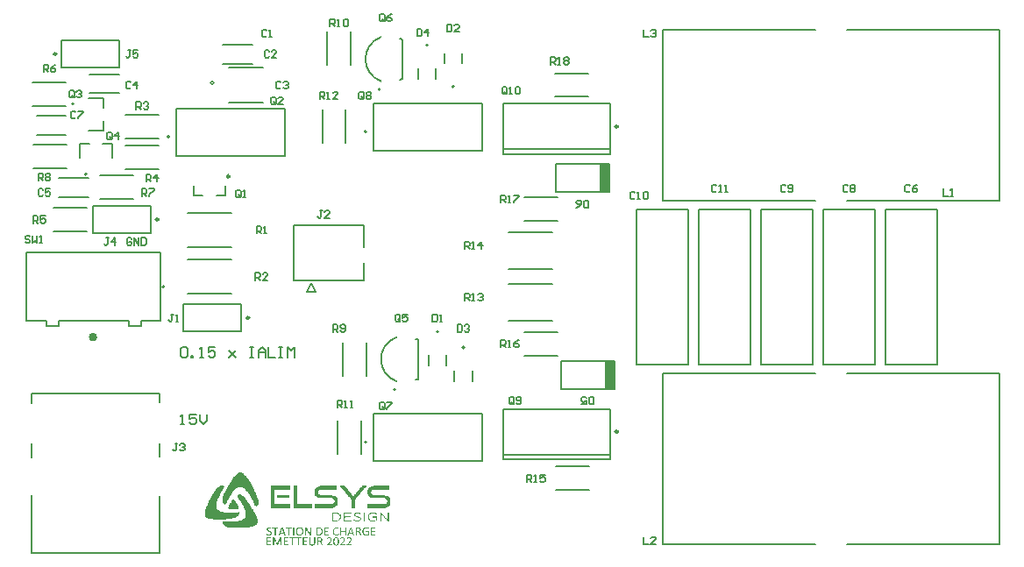
<source format=gbr>
%TF.GenerationSoftware,Altium Limited,Altium Designer,21.2.1 (34)*%
G04 Layer_Color=65535*
%FSLAX26Y26*%
%MOIN*%
%TF.SameCoordinates,2E7F18B9-7671-40DC-A7DD-494BE6684AB2*%
%TF.FilePolarity,Positive*%
%TF.FileFunction,Legend,Top*%
%TF.Part,Single*%
G01*
G75*
%TA.AperFunction,NonConductor*%
%ADD71C,0.007874*%
%ADD72C,0.005000*%
%ADD73C,0.009842*%
%ADD74C,0.015748*%
%ADD75C,0.005906*%
%ADD76R,0.037364X0.106978*%
G36*
X1304249Y282360D02*
X1302301D01*
Y280412D01*
X1300353D01*
Y278464D01*
X1298405D01*
Y276516D01*
X1296457D01*
Y272620D01*
X1294509D01*
Y270672D01*
X1292561D01*
Y268724D01*
X1290613D01*
Y266776D01*
X1288665D01*
Y264828D01*
X1286716D01*
Y262880D01*
X1284768D01*
Y260932D01*
X1282820D01*
Y257036D01*
X1280872D01*
Y255088D01*
X1278924D01*
Y253139D01*
X1276976D01*
Y251191D01*
X1275028D01*
Y249243D01*
X1273080D01*
Y247295D01*
X1271132D01*
Y243399D01*
X1269184D01*
Y241451D01*
X1267236D01*
Y239503D01*
X1265288D01*
Y237555D01*
X1263340D01*
Y235607D01*
X1261392D01*
Y202490D01*
X1247755D01*
Y235607D01*
X1245807D01*
Y237555D01*
X1243859D01*
Y239503D01*
X1241911D01*
Y241451D01*
X1239963D01*
Y243399D01*
X1238015D01*
Y245347D01*
X1236067D01*
Y249243D01*
X1234119D01*
Y251191D01*
X1232171D01*
Y253139D01*
X1230223D01*
Y255088D01*
X1228275D01*
Y257036D01*
X1226327D01*
Y258984D01*
X1224379D01*
Y262880D01*
X1222431D01*
Y264828D01*
X1220483D01*
Y266776D01*
X1218535D01*
Y268724D01*
X1216587D01*
Y270672D01*
X1214639D01*
Y272620D01*
X1212690D01*
Y276516D01*
X1210742D01*
Y278464D01*
X1208794D01*
Y280412D01*
X1206846D01*
Y282360D01*
X1204898D01*
Y286256D01*
X1222431D01*
Y284308D01*
X1224379D01*
Y282360D01*
X1226327D01*
Y280412D01*
X1228275D01*
Y276516D01*
X1230223D01*
Y274568D01*
X1232171D01*
Y272620D01*
X1234119D01*
Y270672D01*
X1236067D01*
Y268724D01*
X1238015D01*
Y264828D01*
X1239963D01*
Y262880D01*
X1241911D01*
Y260932D01*
X1243859D01*
Y258984D01*
X1245807D01*
Y257036D01*
X1247755D01*
Y255088D01*
X1249704D01*
Y251191D01*
X1251651D01*
Y249243D01*
X1253600D01*
Y247295D01*
X1255548D01*
Y249243D01*
X1257496D01*
Y251191D01*
X1259444D01*
Y253139D01*
X1261392D01*
Y255088D01*
X1263340D01*
Y257036D01*
X1265288D01*
Y260932D01*
X1267236D01*
Y262880D01*
X1269184D01*
Y264828D01*
X1271132D01*
Y266776D01*
X1273080D01*
Y268724D01*
X1275028D01*
Y270672D01*
X1276976D01*
Y272620D01*
Y274568D01*
X1278924D01*
Y276516D01*
X1280872D01*
Y278464D01*
X1282820D01*
Y280412D01*
X1284768D01*
Y282360D01*
X1286716D01*
Y284308D01*
X1288665D01*
Y286256D01*
X1304249D01*
Y282360D01*
D02*
G37*
G36*
X1010093Y239503D02*
X965288D01*
Y251191D01*
X1010093D01*
Y239503D01*
D02*
G37*
G36*
X826976Y336906D02*
X830872D01*
Y334958D01*
X834768D01*
Y333010D01*
X836716D01*
Y331062D01*
X838664D01*
Y329113D01*
X840613D01*
Y327165D01*
X842561D01*
Y325217D01*
X844509D01*
Y323269D01*
X848405D01*
Y317425D01*
X850353D01*
Y315477D01*
X854249D01*
Y313529D01*
X856197D01*
Y311581D01*
X858145D01*
Y305737D01*
X860093D01*
Y301841D01*
X862041D01*
Y299893D01*
X863989D01*
Y295997D01*
X865937D01*
Y294048D01*
X867885D01*
Y288204D01*
X869833D01*
Y286256D01*
X871781D01*
Y282360D01*
X873730D01*
Y276516D01*
X875678D01*
Y272620D01*
X877626D01*
Y268724D01*
X879574D01*
Y264828D01*
X881522D01*
Y260932D01*
X883470D01*
Y257036D01*
X885418D01*
Y251191D01*
X887366D01*
Y247295D01*
X889314D01*
Y241451D01*
X891262D01*
Y235607D01*
X893210D01*
Y214178D01*
X891262D01*
Y210282D01*
X889314D01*
Y208334D01*
X885418D01*
Y210282D01*
X881522D01*
Y212230D01*
X879574D01*
Y216126D01*
X877626D01*
Y220023D01*
X875678D01*
Y225867D01*
X873730D01*
Y229763D01*
X871781D01*
Y233659D01*
X869833D01*
Y235607D01*
X867885D01*
Y241451D01*
X865937D01*
Y243399D01*
X863989D01*
Y249243D01*
X862041D01*
Y251191D01*
X860093D01*
Y253139D01*
X858145D01*
Y257036D01*
X856197D01*
Y258984D01*
X854249D01*
Y262880D01*
X852301D01*
Y264828D01*
X848405D01*
Y268724D01*
X846457D01*
Y270672D01*
X844509D01*
Y272620D01*
X842561D01*
Y274568D01*
X840613D01*
Y276516D01*
X838664D01*
Y278464D01*
X834768D01*
Y280412D01*
X830872D01*
Y282360D01*
X817236D01*
Y280412D01*
X813340D01*
Y278464D01*
X811392D01*
Y276516D01*
X809444D01*
Y274568D01*
X807496D01*
Y272620D01*
X805548D01*
Y270672D01*
X801652D01*
Y266776D01*
X799703D01*
Y264828D01*
X797755D01*
Y262880D01*
X795807D01*
Y260932D01*
X793859D01*
Y258984D01*
X791911D01*
Y255088D01*
X789963D01*
Y251191D01*
X788015D01*
Y247295D01*
X786067D01*
Y243399D01*
X784119D01*
Y239503D01*
X782171D01*
Y235607D01*
X780223D01*
Y233659D01*
X778275D01*
Y231711D01*
X776327D01*
Y227815D01*
X774379D01*
Y225867D01*
Y223919D01*
Y221971D01*
X772431D01*
Y220023D01*
X770483D01*
Y216126D01*
X768535D01*
Y214178D01*
X764639D01*
Y216126D01*
X762691D01*
Y218075D01*
X760742D01*
Y220023D01*
X758794D01*
Y225867D01*
X756846D01*
Y237555D01*
X758794D01*
Y249243D01*
X760742D01*
Y253139D01*
X762691D01*
Y257036D01*
X764639D01*
Y260932D01*
X766587D01*
Y264828D01*
X768535D01*
Y268724D01*
X770483D01*
Y272620D01*
X772431D01*
Y274568D01*
X774379D01*
Y276516D01*
X776327D01*
Y280412D01*
X778275D01*
Y286256D01*
X780223D01*
Y288204D01*
X782171D01*
Y290152D01*
X784119D01*
Y294048D01*
X786067D01*
Y295997D01*
X788015D01*
Y299893D01*
X789963D01*
Y305737D01*
X791911D01*
Y307685D01*
X793859D01*
Y309633D01*
X795807D01*
Y313529D01*
X797755D01*
Y317425D01*
X799703D01*
Y319373D01*
X801652D01*
Y321321D01*
X803600D01*
Y325217D01*
X807496D01*
Y327165D01*
X809444D01*
Y329113D01*
X811392D01*
Y331062D01*
X813340D01*
Y333010D01*
X815288D01*
Y334958D01*
X817236D01*
Y336906D01*
X823080D01*
Y338854D01*
X826976D01*
Y336906D01*
D02*
G37*
G36*
X1391911Y270672D02*
X1325678D01*
Y268724D01*
X1323729D01*
Y264828D01*
X1321781D01*
Y257036D01*
X1323729D01*
Y253139D01*
X1327626D01*
Y251191D01*
X1374379D01*
Y249243D01*
X1384119D01*
Y247295D01*
X1388015D01*
Y245347D01*
X1389963D01*
Y243399D01*
X1391911D01*
Y241451D01*
X1393859D01*
Y237555D01*
X1395807D01*
Y216126D01*
X1393859D01*
Y212230D01*
X1391911D01*
Y210282D01*
X1389963D01*
Y208334D01*
X1388015D01*
Y206386D01*
X1384119D01*
Y204438D01*
X1378275D01*
Y202490D01*
X1308145D01*
Y216126D01*
X1376327D01*
Y218075D01*
X1380223D01*
Y220023D01*
X1382171D01*
Y225867D01*
X1384119D01*
Y229763D01*
X1382171D01*
Y235607D01*
X1378275D01*
Y237555D01*
X1374379D01*
Y239503D01*
X1321781D01*
Y241451D01*
X1317885D01*
Y243399D01*
X1315937D01*
Y245347D01*
X1313989D01*
Y247295D01*
X1312041D01*
Y249243D01*
X1310093D01*
Y253139D01*
X1308145D01*
Y270672D01*
X1310093D01*
Y274568D01*
X1312041D01*
Y278464D01*
X1313989D01*
Y280412D01*
X1317885D01*
Y282360D01*
X1321781D01*
Y284308D01*
X1331522D01*
Y286256D01*
X1391911D01*
Y270672D01*
D02*
G37*
G36*
X1191262D02*
X1125028D01*
Y268724D01*
X1123080D01*
Y264828D01*
X1121132D01*
Y257036D01*
X1123080D01*
Y253139D01*
X1126976D01*
Y251191D01*
X1173729D01*
Y249243D01*
X1183470D01*
Y247295D01*
X1187366D01*
Y245347D01*
X1189314D01*
Y243399D01*
X1191262D01*
Y241451D01*
X1193210D01*
Y237555D01*
X1195158D01*
Y216126D01*
X1193210D01*
Y212230D01*
X1191262D01*
Y210282D01*
X1189314D01*
Y208334D01*
X1187366D01*
Y206386D01*
X1183470D01*
Y204438D01*
X1177626D01*
Y202490D01*
X1107496D01*
Y216126D01*
X1175678D01*
Y218075D01*
X1177626D01*
Y220023D01*
X1181522D01*
Y225867D01*
X1183470D01*
Y229763D01*
X1181522D01*
Y235607D01*
X1177626D01*
Y237555D01*
X1173729D01*
Y239503D01*
X1121132D01*
Y241451D01*
X1117236D01*
Y243399D01*
X1115288D01*
Y245347D01*
X1113340D01*
Y247295D01*
X1111392D01*
Y249243D01*
X1109444D01*
Y253139D01*
X1107496D01*
Y272620D01*
X1109444D01*
Y274568D01*
X1111392D01*
Y278464D01*
X1113340D01*
Y280412D01*
X1117236D01*
Y282360D01*
X1121132D01*
Y284308D01*
X1128924D01*
Y286256D01*
X1191262D01*
Y270672D01*
D02*
G37*
G36*
X1041262Y216126D02*
X1097755D01*
Y202490D01*
X1027626D01*
Y212230D01*
Y214178D01*
Y286256D01*
X1041262D01*
Y216126D01*
D02*
G37*
G36*
X1013989Y270672D02*
X953600D01*
Y249243D01*
Y247295D01*
Y216126D01*
X1013989D01*
Y202490D01*
X939963D01*
Y286256D01*
X1013989D01*
Y270672D01*
D02*
G37*
G36*
X801652Y231711D02*
X803600D01*
Y227815D01*
X807496D01*
Y221971D01*
X811392D01*
Y216126D01*
X815288D01*
Y210282D01*
X819184D01*
Y200542D01*
X817236D01*
Y198594D01*
X782171D01*
Y200542D01*
X780223D01*
Y202490D01*
X778275D01*
Y204438D01*
X780223D01*
Y206386D01*
X778275D01*
Y208334D01*
X782171D01*
Y214178D01*
X784119D01*
Y216126D01*
X786067D01*
Y220023D01*
X788015D01*
Y221971D01*
X789963D01*
Y225867D01*
X791911D01*
Y229763D01*
X795807D01*
Y233659D01*
X801652D01*
Y231711D01*
D02*
G37*
G36*
X1335418Y183010D02*
X1341262D01*
Y181061D01*
X1343210D01*
Y179113D01*
X1337366D01*
Y181061D01*
X1321781D01*
Y179113D01*
X1319833D01*
Y177165D01*
X1315937D01*
Y173269D01*
X1313989D01*
Y161581D01*
X1315937D01*
Y159633D01*
X1317885D01*
Y157685D01*
X1319833D01*
Y155737D01*
X1323729D01*
Y153789D01*
X1335418D01*
Y155737D01*
X1341262D01*
Y165477D01*
X1329574D01*
Y169373D01*
X1345158D01*
Y155737D01*
X1343210D01*
Y153789D01*
X1339314D01*
Y151841D01*
X1319833D01*
Y153789D01*
X1315937D01*
Y155737D01*
X1313989D01*
Y157685D01*
X1312041D01*
Y161581D01*
X1310093D01*
Y175217D01*
X1312041D01*
Y177165D01*
X1313989D01*
Y179113D01*
X1315937D01*
Y181061D01*
X1317885D01*
Y183010D01*
X1325678D01*
Y184958D01*
X1335418D01*
Y183010D01*
D02*
G37*
G36*
X1275028D02*
X1280872D01*
Y181061D01*
X1282820D01*
Y179113D01*
X1276976D01*
Y181061D01*
X1263340D01*
Y179113D01*
X1261392D01*
Y173269D01*
X1263340D01*
Y171321D01*
X1267236D01*
Y169373D01*
X1275028D01*
Y167425D01*
X1280872D01*
Y165477D01*
X1282820D01*
Y163529D01*
X1284768D01*
Y157685D01*
X1282820D01*
Y153789D01*
X1278924D01*
Y151841D01*
X1261392D01*
Y153789D01*
X1257496D01*
Y155737D01*
X1255548D01*
Y157685D01*
X1261392D01*
Y155737D01*
X1265288D01*
Y153789D01*
X1276976D01*
Y155737D01*
X1278924D01*
Y157685D01*
X1280872D01*
Y163529D01*
X1276976D01*
Y165477D01*
X1271132D01*
Y167425D01*
X1263340D01*
Y169373D01*
X1259444D01*
Y171321D01*
X1257496D01*
Y181061D01*
X1261392D01*
Y183010D01*
X1265288D01*
Y184958D01*
X1275028D01*
Y183010D01*
D02*
G37*
G36*
X1389963Y151841D02*
X1386067D01*
Y153789D01*
X1384119D01*
Y155737D01*
X1382171D01*
Y157685D01*
X1380223D01*
Y159633D01*
X1378275D01*
Y161581D01*
X1376327D01*
Y163529D01*
X1374379D01*
Y165477D01*
X1372431D01*
Y167425D01*
X1370483D01*
Y169373D01*
X1368535D01*
Y171321D01*
X1366587D01*
Y173269D01*
X1364639D01*
Y175217D01*
X1362690D01*
Y177165D01*
X1360742D01*
Y153789D01*
Y151841D01*
X1356846D01*
Y183010D01*
X1362690D01*
Y181061D01*
X1364639D01*
Y179113D01*
X1366587D01*
Y175217D01*
X1368535D01*
Y173269D01*
X1370483D01*
Y171321D01*
X1372431D01*
Y169373D01*
X1374379D01*
Y167425D01*
X1376327D01*
Y165477D01*
X1378275D01*
Y163529D01*
X1380223D01*
Y161581D01*
X1382171D01*
Y159633D01*
X1384119D01*
Y157685D01*
X1386067D01*
Y183010D01*
X1389963D01*
Y151841D01*
D02*
G37*
G36*
X756846Y286256D02*
X762691D01*
Y284308D01*
X764639D01*
Y282360D01*
X762691D01*
Y278464D01*
X760742D01*
Y274568D01*
X758794D01*
Y270672D01*
X756846D01*
Y268724D01*
X754898D01*
Y264828D01*
X752950D01*
Y260932D01*
X751002D01*
Y257036D01*
X749054D01*
Y253139D01*
X747106D01*
Y249243D01*
X745158D01*
Y245347D01*
X743210D01*
Y241451D01*
X741262D01*
Y237555D01*
X739314D01*
Y231711D01*
X737366D01*
Y227815D01*
X735418D01*
Y221971D01*
X733470D01*
Y200542D01*
X735418D01*
Y198594D01*
X737366D01*
Y196646D01*
X739314D01*
Y194698D01*
X741262D01*
Y192750D01*
X743210D01*
Y190802D01*
X747106D01*
Y188854D01*
X751002D01*
Y186906D01*
X760742D01*
Y184958D01*
X819184D01*
Y186906D01*
X821132D01*
Y179113D01*
X819184D01*
Y175217D01*
X817236D01*
Y171321D01*
X815288D01*
Y169373D01*
X811392D01*
Y167425D01*
X809444D01*
Y165477D01*
X803600D01*
Y163529D01*
X795807D01*
Y161581D01*
X784119D01*
Y159633D01*
X770483D01*
Y157685D01*
X721781D01*
Y159633D01*
X706197D01*
Y161581D01*
X700353D01*
Y163529D01*
X696457D01*
Y165477D01*
X694509D01*
Y167425D01*
X692561D01*
Y171321D01*
X690613D01*
Y190802D01*
X692561D01*
Y198594D01*
X694509D01*
Y202490D01*
X696457D01*
Y208334D01*
X698405D01*
Y212230D01*
X700353D01*
Y218075D01*
X702301D01*
Y221971D01*
X704249D01*
Y225867D01*
X706197D01*
Y229763D01*
X708145D01*
Y233659D01*
X710093D01*
Y237555D01*
X712041D01*
Y241451D01*
X713989D01*
Y243399D01*
X715937D01*
Y247295D01*
X717885D01*
Y251191D01*
X719833D01*
Y253139D01*
Y255088D01*
X721781D01*
Y257036D01*
X723730D01*
Y260932D01*
X725678D01*
Y264828D01*
X727626D01*
Y266776D01*
X729574D01*
Y268724D01*
X731522D01*
Y272620D01*
X733470D01*
Y274568D01*
X735418D01*
Y276516D01*
X737366D01*
Y278464D01*
X739314D01*
Y280412D01*
X741262D01*
Y282360D01*
X743210D01*
Y284308D01*
X747106D01*
Y286256D01*
X752950D01*
Y288204D01*
X756846D01*
Y286256D01*
D02*
G37*
G36*
X1298405Y151841D02*
X1294509D01*
Y153789D01*
Y183010D01*
X1298405D01*
Y151841D01*
D02*
G37*
G36*
X1247755Y181061D02*
X1222431D01*
Y169373D01*
X1245807D01*
Y167425D01*
X1224379D01*
Y165477D01*
X1222431D01*
Y155737D01*
X1224379D01*
Y153789D01*
X1247755D01*
Y151841D01*
X1218535D01*
Y183010D01*
X1247755D01*
Y181061D01*
D02*
G37*
G36*
X1197106D02*
X1201002D01*
Y179113D01*
X1204898D01*
Y177165D01*
X1206846D01*
Y173269D01*
X1208794D01*
Y161581D01*
X1206846D01*
Y159633D01*
X1204898D01*
Y157685D01*
X1202950D01*
Y155737D01*
X1201002D01*
Y153789D01*
X1195158D01*
Y151841D01*
X1173729D01*
Y183010D01*
X1197106D01*
Y181061D01*
D02*
G37*
G36*
X826976Y251191D02*
X830872D01*
Y249243D01*
X832820D01*
Y247295D01*
X836716D01*
Y245347D01*
X838664D01*
Y243399D01*
X840613D01*
Y241451D01*
X842561D01*
Y239503D01*
X844509D01*
Y235607D01*
X846457D01*
Y233659D01*
X848405D01*
Y231711D01*
X850353D01*
Y229763D01*
X852301D01*
Y225867D01*
X854249D01*
Y223919D01*
X856197D01*
Y220023D01*
X858145D01*
Y218075D01*
X860093D01*
Y214178D01*
X862041D01*
Y212230D01*
X863989D01*
Y208334D01*
X865937D01*
Y204438D01*
X867885D01*
Y202490D01*
X869833D01*
Y198594D01*
X871781D01*
Y196646D01*
X873730D01*
Y192750D01*
X875678D01*
Y188854D01*
X877626D01*
Y186906D01*
X879574D01*
Y183010D01*
X881522D01*
Y179113D01*
X883470D01*
Y177165D01*
X885418D01*
Y171321D01*
X887366D01*
Y167425D01*
X889314D01*
Y161581D01*
X891262D01*
Y144048D01*
X889314D01*
Y142100D01*
X887366D01*
Y138204D01*
X883470D01*
Y136256D01*
X881522D01*
Y134308D01*
X875678D01*
Y132360D01*
X869833D01*
Y130412D01*
X860093D01*
Y128464D01*
X846457D01*
Y126516D01*
X784119D01*
Y128464D01*
X774379D01*
Y130412D01*
X770483D01*
Y132360D01*
X766587D01*
Y134308D01*
X764639D01*
Y136256D01*
X762691D01*
Y138204D01*
X760742D01*
Y142100D01*
X758794D01*
Y149893D01*
X805548D01*
Y151841D01*
X819184D01*
Y153789D01*
X826976D01*
Y155737D01*
X832820D01*
Y157685D01*
X834768D01*
Y159633D01*
X838664D01*
Y161581D01*
X840613D01*
Y163529D01*
X842561D01*
Y165477D01*
X844509D01*
Y167425D01*
X846457D01*
Y186906D01*
X844509D01*
Y192750D01*
X842561D01*
Y198594D01*
X840613D01*
Y202490D01*
X838664D01*
Y206386D01*
X836716D01*
Y210282D01*
X834768D01*
Y214178D01*
X832820D01*
Y218075D01*
X830872D01*
Y220023D01*
X828924D01*
Y223919D01*
X826976D01*
Y227815D01*
X825028D01*
Y229763D01*
X823080D01*
Y233659D01*
X821132D01*
Y235607D01*
X819184D01*
Y239503D01*
X817236D01*
Y241451D01*
X815288D01*
Y245347D01*
X813340D01*
Y247295D01*
X811392D01*
Y249243D01*
X813340D01*
Y251191D01*
X817236D01*
Y253139D01*
X826976D01*
Y251191D01*
D02*
G37*
G36*
X936685Y128974D02*
X937407Y128863D01*
X937462D01*
X937573Y128808D01*
X937795D01*
X938073Y128752D01*
X938683Y128585D01*
X939349Y128363D01*
X939405D01*
X939516Y128308D01*
X939682Y128252D01*
X939904Y128197D01*
X940459Y127975D01*
X941014Y127698D01*
X941070D01*
X941125Y127642D01*
X941403Y127531D01*
X941736Y127309D01*
X941958Y127142D01*
X942013Y127087D01*
X942069Y127031D01*
X942180Y126865D01*
X942235Y126754D01*
X942291Y126698D01*
X942402Y126421D01*
Y126365D01*
X942457Y126254D01*
Y125921D01*
Y125866D01*
X942513Y125755D01*
Y125478D01*
Y125200D01*
Y125144D01*
Y124922D01*
Y124701D01*
X942457Y124423D01*
Y124368D01*
X942402Y124201D01*
X942346Y123812D01*
Y123757D01*
X942291Y123701D01*
X942124Y123480D01*
X942069D01*
X941847Y123424D01*
X941791D01*
X941625Y123480D01*
X941403Y123591D01*
X941014Y123757D01*
X940903Y123812D01*
X940626Y123979D01*
X940182Y124201D01*
X939627Y124478D01*
X939571D01*
X939516Y124534D01*
X939349Y124645D01*
X939127Y124756D01*
X938517Y124978D01*
X937740Y125255D01*
X937684D01*
X937573Y125311D01*
X937296Y125367D01*
X937018Y125478D01*
X936630Y125533D01*
X936241Y125588D01*
X935242Y125644D01*
X934798D01*
X934465Y125588D01*
X933744Y125478D01*
X932967Y125255D01*
X932911D01*
X932800Y125200D01*
X932634Y125144D01*
X932412Y125034D01*
X931912Y124701D01*
X931413Y124312D01*
X931302Y124201D01*
X931080Y123924D01*
X930747Y123535D01*
X930469Y122980D01*
Y122924D01*
X930414Y122869D01*
X930358Y122703D01*
Y122481D01*
X930247Y121925D01*
X930192Y121315D01*
Y121260D01*
Y121093D01*
X930247Y120871D01*
Y120538D01*
X930414Y119817D01*
X930747Y119095D01*
X930802Y119040D01*
X930858Y118928D01*
X930969Y118762D01*
X931191Y118540D01*
X931690Y117985D01*
X932356Y117430D01*
X932412Y117374D01*
X932523Y117319D01*
X932745Y117153D01*
X933022Y116986D01*
X933355Y116764D01*
X933744Y116542D01*
X934632Y116098D01*
X934687D01*
X934854Y115987D01*
X935131Y115876D01*
X935409Y115765D01*
X935797Y115599D01*
X936241Y115376D01*
X937185Y114933D01*
X937240D01*
X937407Y114822D01*
X937684Y114710D01*
X938017Y114544D01*
X938406Y114322D01*
X938850Y114100D01*
X939793Y113545D01*
X939849Y113490D01*
X940015Y113434D01*
X940237Y113267D01*
X940570Y113046D01*
X941292Y112490D01*
X942069Y111825D01*
X942124Y111769D01*
X942235Y111658D01*
X942402Y111436D01*
X942624Y111159D01*
X942901Y110826D01*
X943179Y110437D01*
X943678Y109493D01*
X943734Y109438D01*
X943789Y109272D01*
X943900Y108994D01*
X944011Y108606D01*
X944122Y108106D01*
X944178Y107551D01*
X944289Y106941D01*
Y106275D01*
Y106163D01*
Y105886D01*
X944233Y105498D01*
X944178Y104998D01*
X944067Y104388D01*
X943956Y103722D01*
X943734Y103055D01*
X943456Y102389D01*
X943401Y102334D01*
X943290Y102112D01*
X943123Y101779D01*
X942901Y101391D01*
X942568Y100947D01*
X942180Y100447D01*
X941736Y100003D01*
X941236Y99504D01*
X941181Y99448D01*
X940959Y99337D01*
X940681Y99115D01*
X940293Y98838D01*
X939793Y98560D01*
X939183Y98282D01*
X938572Y98005D01*
X937851Y97728D01*
X937740D01*
X937518Y97617D01*
X937129Y97561D01*
X936630Y97450D01*
X936019Y97339D01*
X935298Y97284D01*
X934521Y97172D01*
X933133D01*
X932745Y97228D01*
X932301D01*
X931801Y97284D01*
X930802Y97450D01*
X930747D01*
X930580Y97505D01*
X930303Y97561D01*
X930025Y97617D01*
X929248Y97783D01*
X928416Y98061D01*
X928360D01*
X928249Y98116D01*
X928083Y98227D01*
X927805Y98282D01*
X927250Y98560D01*
X926695Y98838D01*
X926640D01*
X926584Y98893D01*
X926307Y99115D01*
X925974Y99337D01*
X925696Y99559D01*
X925641Y99615D01*
X925530Y99781D01*
X925419Y100003D01*
X925308Y100281D01*
Y100391D01*
X925252Y100614D01*
X925197Y101002D01*
Y101501D01*
Y101612D01*
Y101779D01*
Y102056D01*
Y102334D01*
Y102389D01*
X925252Y102556D01*
X925308Y102722D01*
X925363Y102889D01*
Y102945D01*
X925419Y103000D01*
X925585Y103222D01*
X925641D01*
X925696Y103278D01*
X925918Y103333D01*
X925974D01*
X926140Y103278D01*
X926473Y103166D01*
X926862Y102889D01*
X926917D01*
X926973Y102834D01*
X927306Y102612D01*
X927750Y102334D01*
X928416Y102001D01*
X928471D01*
X928582Y101945D01*
X928804Y101835D01*
X929082Y101724D01*
X929415Y101612D01*
X929803Y101446D01*
X930747Y101113D01*
X930802D01*
X930969Y101058D01*
X931302Y101002D01*
X931690Y100947D01*
X932134Y100835D01*
X932689Y100780D01*
X933244Y100725D01*
X934410D01*
X934743Y100780D01*
X935520Y100891D01*
X936352Y101058D01*
X936408D01*
X936519Y101113D01*
X936741Y101224D01*
X937018Y101335D01*
X937629Y101612D01*
X938239Y102056D01*
X938295Y102112D01*
X938406Y102168D01*
X938739Y102501D01*
X939127Y103000D01*
X939516Y103666D01*
Y103722D01*
X939571Y103832D01*
X939682Y104055D01*
X939738Y104276D01*
X939849Y104609D01*
X939904Y104998D01*
X939960Y105831D01*
Y105886D01*
Y106052D01*
X939904Y106330D01*
Y106608D01*
X939682Y107329D01*
X939571Y107718D01*
X939349Y108106D01*
Y108162D01*
X939238Y108272D01*
X939127Y108439D01*
X938905Y108661D01*
X938406Y109160D01*
X937740Y109716D01*
X937684Y109771D01*
X937573Y109826D01*
X937351Y109993D01*
X937129Y110159D01*
X936796Y110326D01*
X936408Y110548D01*
X935520Y110992D01*
X935464Y111047D01*
X935298Y111103D01*
X935020Y111214D01*
X934743Y111380D01*
X934299Y111547D01*
X933910Y111769D01*
X932911Y112213D01*
X932856Y112269D01*
X932689Y112324D01*
X932467Y112435D01*
X932134Y112602D01*
X931746Y112823D01*
X931302Y113046D01*
X930358Y113545D01*
X930303Y113600D01*
X930136Y113712D01*
X929914Y113823D01*
X929637Y114044D01*
X928915Y114600D01*
X928138Y115321D01*
X928083Y115376D01*
X927972Y115487D01*
X927805Y115710D01*
X927583Y115987D01*
X927361Y116320D01*
X927084Y116709D01*
X926584Y117652D01*
Y117707D01*
X926473Y117874D01*
X926418Y118207D01*
X926307Y118596D01*
X926196Y119040D01*
X926085Y119594D01*
X926029Y120260D01*
X925974Y120927D01*
Y121037D01*
Y121260D01*
X926029Y121648D01*
X926085Y122092D01*
X926140Y122647D01*
X926251Y123202D01*
X926418Y123812D01*
X926640Y124368D01*
X926695Y124423D01*
X926751Y124645D01*
X926917Y124922D01*
X927139Y125255D01*
X927417Y125700D01*
X927750Y126088D01*
X928582Y126921D01*
X928638Y126976D01*
X928804Y127087D01*
X929082Y127309D01*
X929415Y127531D01*
X929859Y127753D01*
X930414Y128030D01*
X930969Y128308D01*
X931579Y128530D01*
X931635D01*
X931912Y128641D01*
X932245Y128696D01*
X932745Y128808D01*
X933300Y128918D01*
X933910Y128974D01*
X934632Y129085D01*
X936019D01*
X936685Y128974D01*
D02*
G37*
G36*
X1305816Y129030D02*
X1306315D01*
X1306870Y128974D01*
X1308036Y128752D01*
X1308091D01*
X1308313Y128697D01*
X1308591Y128641D01*
X1308979Y128530D01*
X1309423Y128419D01*
X1309867Y128308D01*
X1310811Y127975D01*
X1310866D01*
X1311033Y127920D01*
X1311255Y127809D01*
X1311532Y127698D01*
X1312198Y127420D01*
X1312864Y127087D01*
X1312920D01*
X1312975Y127032D01*
X1313308Y126810D01*
X1313697Y126532D01*
X1313974Y126255D01*
X1314030Y126199D01*
X1314141Y126088D01*
X1314307Y125811D01*
X1314418Y125533D01*
X1314474Y125478D01*
X1314529Y125256D01*
X1314585Y124867D01*
Y124368D01*
Y124312D01*
Y124090D01*
Y123813D01*
X1314529Y123535D01*
Y123480D01*
X1314474Y123369D01*
X1314363Y122980D01*
Y122925D01*
X1314307Y122869D01*
X1314085Y122647D01*
X1314030D01*
X1313808Y122592D01*
X1313752D01*
X1313586Y122647D01*
X1313308Y122758D01*
X1312864Y123036D01*
X1312809D01*
X1312753Y123091D01*
X1312587Y123202D01*
X1312365Y123313D01*
X1311810Y123646D01*
X1311033Y124035D01*
X1310977D01*
X1310811Y124146D01*
X1310589Y124257D01*
X1310256Y124368D01*
X1309867Y124534D01*
X1309423Y124701D01*
X1308868Y124867D01*
X1308313Y125034D01*
X1308258D01*
X1308036Y125089D01*
X1307703Y125200D01*
X1307259Y125311D01*
X1306759Y125367D01*
X1306093Y125478D01*
X1305427Y125533D01*
X1304206D01*
X1303707Y125478D01*
X1303096Y125422D01*
X1302375Y125311D01*
X1301598Y125145D01*
X1300765Y124923D01*
X1299988Y124590D01*
X1299877Y124534D01*
X1299655Y124423D01*
X1299267Y124201D01*
X1298823Y123924D01*
X1298268Y123535D01*
X1297713Y123091D01*
X1297102Y122592D01*
X1296547Y121981D01*
X1296492Y121926D01*
X1296325Y121704D01*
X1296048Y121315D01*
X1295770Y120871D01*
X1295437Y120316D01*
X1295049Y119595D01*
X1294716Y118873D01*
X1294383Y118041D01*
X1294327Y117930D01*
X1294272Y117652D01*
X1294161Y117208D01*
X1294050Y116598D01*
X1293883Y115821D01*
X1293772Y114988D01*
X1293717Y114100D01*
X1293661Y113101D01*
Y113046D01*
Y112990D01*
Y112824D01*
Y112602D01*
X1293717Y112047D01*
X1293772Y111325D01*
X1293828Y110548D01*
X1293994Y109660D01*
X1294161Y108717D01*
X1294438Y107829D01*
X1294494Y107718D01*
X1294605Y107440D01*
X1294771Y107052D01*
X1295049Y106497D01*
X1295382Y105886D01*
X1295770Y105220D01*
X1296214Y104554D01*
X1296714Y103944D01*
X1296769Y103888D01*
X1296991Y103666D01*
X1297269Y103389D01*
X1297713Y103056D01*
X1298212Y102667D01*
X1298823Y102279D01*
X1299489Y101890D01*
X1300210Y101557D01*
X1300321Y101502D01*
X1300599Y101446D01*
X1300987Y101335D01*
X1301542Y101169D01*
X1302208Y101002D01*
X1302985Y100891D01*
X1303818Y100836D01*
X1304706Y100780D01*
X1305261D01*
X1305594Y100836D01*
X1306038D01*
X1306537Y100947D01*
X1307647Y101113D01*
X1307703D01*
X1307925Y101169D01*
X1308202Y101280D01*
X1308535Y101391D01*
X1308979Y101502D01*
X1309479Y101724D01*
X1310422Y102168D01*
Y111214D01*
X1303096D01*
X1302930Y111270D01*
X1302708Y111381D01*
X1302541Y111603D01*
Y111658D01*
X1302486Y111936D01*
X1302430Y112324D01*
X1302375Y112879D01*
Y112935D01*
Y113157D01*
Y113379D01*
Y113656D01*
Y113712D01*
X1302430Y113823D01*
X1302486Y113989D01*
X1302541Y114156D01*
Y114211D01*
X1302597Y114267D01*
X1302763Y114489D01*
X1302819D01*
X1302874Y114544D01*
X1303152Y114600D01*
X1313197D01*
X1313530Y114489D01*
X1313586D01*
X1313697Y114433D01*
X1314030Y114156D01*
X1314085Y114100D01*
X1314141Y114045D01*
X1314252Y113878D01*
X1314363Y113656D01*
X1314418Y113601D01*
X1314474Y113434D01*
X1314529Y113212D01*
Y112879D01*
Y101058D01*
Y100947D01*
Y100669D01*
X1314418Y100336D01*
X1314307Y99948D01*
X1314252Y99892D01*
X1314085Y99670D01*
X1313808Y99448D01*
X1313364Y99171D01*
X1313308D01*
X1313253Y99115D01*
X1313086Y99060D01*
X1312920Y98949D01*
X1312309Y98727D01*
X1311588Y98394D01*
X1311532D01*
X1311421Y98338D01*
X1311199Y98283D01*
X1310866Y98172D01*
X1310533Y98061D01*
X1310145Y97950D01*
X1309257Y97728D01*
X1309201D01*
X1309035Y97672D01*
X1308813D01*
X1308535Y97617D01*
X1308147Y97561D01*
X1307758Y97450D01*
X1306870Y97339D01*
X1306648D01*
X1306426Y97284D01*
X1306149D01*
X1305372Y97228D01*
X1304539Y97173D01*
X1303929D01*
X1303596Y97228D01*
X1303263D01*
X1302375Y97339D01*
X1301376Y97450D01*
X1300321Y97617D01*
X1299211Y97894D01*
X1298101Y98283D01*
X1298046D01*
X1297990Y98338D01*
X1297657Y98505D01*
X1297102Y98727D01*
X1296436Y99115D01*
X1295715Y99559D01*
X1294882Y100114D01*
X1294105Y100725D01*
X1293328Y101446D01*
X1293217Y101557D01*
X1292995Y101835D01*
X1292662Y102223D01*
X1292218Y102834D01*
X1291719Y103555D01*
X1291219Y104388D01*
X1290775Y105331D01*
X1290331Y106386D01*
Y106441D01*
X1290276Y106497D01*
X1290220Y106663D01*
X1290165Y106885D01*
X1289998Y107496D01*
X1289832Y108273D01*
X1289665Y109216D01*
X1289499Y110326D01*
X1289388Y111547D01*
X1289332Y112824D01*
Y112879D01*
Y112990D01*
Y113157D01*
Y113434D01*
X1289388Y113767D01*
Y114156D01*
X1289499Y115044D01*
X1289610Y116043D01*
X1289776Y117208D01*
X1290054Y118318D01*
X1290442Y119484D01*
Y119539D01*
X1290498Y119595D01*
X1290553Y119761D01*
X1290664Y119983D01*
X1290886Y120538D01*
X1291275Y121260D01*
X1291663Y122037D01*
X1292218Y122925D01*
X1292829Y123757D01*
X1293550Y124590D01*
X1293661Y124701D01*
X1293939Y124923D01*
X1294327Y125311D01*
X1294938Y125811D01*
X1295659Y126366D01*
X1296492Y126921D01*
X1297435Y127420D01*
X1298434Y127920D01*
X1298490D01*
X1298545Y127975D01*
X1298712Y128031D01*
X1298934Y128086D01*
X1299489Y128308D01*
X1300266Y128530D01*
X1301209Y128697D01*
X1302264Y128919D01*
X1303429Y129030D01*
X1304706Y129085D01*
X1305372D01*
X1305816Y129030D01*
D02*
G37*
G36*
X1192096Y128974D02*
X1192485D01*
X1192929Y128918D01*
X1193872Y128752D01*
X1193928D01*
X1194094Y128696D01*
X1194316Y128641D01*
X1194649Y128585D01*
X1195371Y128363D01*
X1196203Y128086D01*
X1196259D01*
X1196370Y128030D01*
X1196592Y127919D01*
X1196869Y127808D01*
X1197480Y127531D01*
X1198146Y127198D01*
X1198201D01*
X1198257Y127142D01*
X1198590Y126921D01*
X1198978Y126643D01*
X1199311Y126365D01*
X1199367Y126310D01*
X1199478Y126199D01*
X1199644Y126032D01*
X1199700Y125866D01*
X1199755Y125755D01*
X1199866Y125478D01*
Y125422D01*
X1199922Y125311D01*
Y125144D01*
X1199977Y124922D01*
Y124867D01*
X1200033Y124756D01*
Y124478D01*
Y124201D01*
Y124145D01*
Y123924D01*
Y123701D01*
X1199977Y123424D01*
Y123368D01*
X1199922Y123202D01*
X1199811Y122814D01*
Y122758D01*
X1199755Y122703D01*
X1199589Y122481D01*
X1199533D01*
X1199256Y122425D01*
X1199200D01*
X1199034Y122481D01*
X1198701Y122591D01*
X1198312Y122869D01*
X1198201Y122924D01*
X1197868Y123147D01*
X1197424Y123480D01*
X1196758Y123868D01*
X1196703Y123924D01*
X1196592Y123979D01*
X1196370Y124090D01*
X1196092Y124257D01*
X1195759Y124423D01*
X1195371Y124590D01*
X1194427Y124922D01*
X1194372D01*
X1194205Y124978D01*
X1193928Y125089D01*
X1193539Y125200D01*
X1193040Y125255D01*
X1192485Y125367D01*
X1191874Y125422D01*
X1190820D01*
X1190431Y125367D01*
X1189932Y125311D01*
X1189321Y125200D01*
X1188711Y125089D01*
X1188045Y124867D01*
X1187379Y124590D01*
X1187323Y124534D01*
X1187101Y124423D01*
X1186768Y124257D01*
X1186380Y123979D01*
X1185936Y123646D01*
X1185436Y123202D01*
X1184992Y122703D01*
X1184493Y122147D01*
X1184437Y122092D01*
X1184271Y121870D01*
X1184049Y121537D01*
X1183827Y121037D01*
X1183494Y120483D01*
X1183161Y119817D01*
X1182883Y119040D01*
X1182606Y118207D01*
Y118096D01*
X1182495Y117819D01*
X1182439Y117319D01*
X1182328Y116709D01*
X1182217Y115931D01*
X1182106Y115043D01*
X1182051Y114044D01*
X1181995Y112934D01*
Y112879D01*
Y112823D01*
Y112657D01*
Y112435D01*
X1182051Y111880D01*
Y111159D01*
X1182162Y110382D01*
X1182273Y109493D01*
X1182384Y108606D01*
X1182606Y107718D01*
X1182661Y107606D01*
X1182717Y107329D01*
X1182883Y106941D01*
X1183105Y106385D01*
X1183327Y105775D01*
X1183660Y105165D01*
X1184049Y104554D01*
X1184437Y103944D01*
X1184493Y103888D01*
X1184659Y103722D01*
X1184937Y103444D01*
X1185270Y103111D01*
X1185714Y102722D01*
X1186213Y102334D01*
X1186768Y102001D01*
X1187379Y101668D01*
X1187434Y101612D01*
X1187712Y101557D01*
X1188045Y101446D01*
X1188544Y101279D01*
X1189099Y101113D01*
X1189765Y101002D01*
X1190487Y100947D01*
X1191319Y100891D01*
X1191985D01*
X1192429Y100947D01*
X1192929Y101002D01*
X1193428Y101058D01*
X1194538Y101335D01*
X1194594D01*
X1194760Y101391D01*
X1195038Y101501D01*
X1195371Y101612D01*
X1196092Y101945D01*
X1196869Y102334D01*
X1196925D01*
X1197036Y102445D01*
X1197202Y102556D01*
X1197424Y102667D01*
X1197979Y103000D01*
X1198479Y103333D01*
X1198534D01*
X1198590Y103388D01*
X1198867Y103611D01*
X1199200Y103777D01*
X1199478Y103832D01*
X1199589D01*
X1199755Y103722D01*
X1199811D01*
X1199866Y103666D01*
X1199922Y103611D01*
X1199977Y103444D01*
Y103388D01*
X1200033Y103333D01*
Y103166D01*
X1200088Y102889D01*
Y102834D01*
X1200144Y102667D01*
Y102389D01*
Y102001D01*
Y101945D01*
Y101779D01*
Y101557D01*
X1200088Y101279D01*
Y101224D01*
Y101113D01*
X1199977Y100780D01*
X1199922Y100669D01*
X1199811Y100447D01*
Y100391D01*
X1199755Y100336D01*
X1199644Y100169D01*
X1199478Y100003D01*
X1199422Y99948D01*
X1199256Y99837D01*
X1198978Y99615D01*
X1198479Y99281D01*
X1198423D01*
X1198368Y99171D01*
X1198201Y99115D01*
X1197979Y98948D01*
X1197369Y98671D01*
X1196592Y98282D01*
X1196536D01*
X1196370Y98227D01*
X1196148Y98116D01*
X1195870Y98005D01*
X1195482Y97894D01*
X1195038Y97783D01*
X1193983Y97561D01*
X1193928D01*
X1193706Y97505D01*
X1193428Y97450D01*
X1193040Y97394D01*
X1192540Y97339D01*
X1191985Y97284D01*
X1190764Y97228D01*
X1190265D01*
X1189654Y97284D01*
X1188933Y97339D01*
X1188100Y97450D01*
X1187157Y97672D01*
X1186213Y97894D01*
X1185270Y98227D01*
X1185159Y98282D01*
X1184881Y98394D01*
X1184437Y98671D01*
X1183882Y98948D01*
X1183216Y99392D01*
X1182550Y99892D01*
X1181829Y100502D01*
X1181163Y101168D01*
X1181107Y101279D01*
X1180885Y101501D01*
X1180552Y101945D01*
X1180164Y102556D01*
X1179775Y103222D01*
X1179331Y104055D01*
X1178887Y104998D01*
X1178499Y106052D01*
Y106108D01*
X1178443Y106163D01*
Y106330D01*
X1178388Y106552D01*
X1178277Y106829D01*
X1178221Y107162D01*
X1178055Y107995D01*
X1177888Y108939D01*
X1177777Y110104D01*
X1177666Y111325D01*
X1177611Y112713D01*
Y112768D01*
Y112879D01*
Y113101D01*
Y113379D01*
X1177666Y113712D01*
Y114100D01*
X1177722Y114988D01*
X1177833Y116043D01*
X1177999Y117208D01*
X1178221Y118374D01*
X1178554Y119539D01*
Y119594D01*
X1178610Y119650D01*
X1178665Y119817D01*
X1178721Y120038D01*
X1178943Y120594D01*
X1179276Y121315D01*
X1179664Y122147D01*
X1180164Y122980D01*
X1180719Y123868D01*
X1181329Y124701D01*
X1181440Y124811D01*
X1181662Y125034D01*
X1182051Y125422D01*
X1182550Y125921D01*
X1183216Y126421D01*
X1183938Y126976D01*
X1184770Y127475D01*
X1185658Y127919D01*
X1185714D01*
X1185769Y127975D01*
X1186102Y128086D01*
X1186602Y128252D01*
X1187323Y128475D01*
X1188156Y128696D01*
X1189099Y128863D01*
X1190154Y128974D01*
X1191264Y129030D01*
X1191763D01*
X1192096Y128974D01*
D02*
G37*
G36*
X1226506Y128752D02*
X1226839Y128697D01*
X1226895D01*
X1227061Y128641D01*
X1227283Y128586D01*
X1227450Y128530D01*
X1227505D01*
X1227616Y128475D01*
X1227727Y128419D01*
X1227838Y128308D01*
X1227894Y128253D01*
X1227949Y128031D01*
Y98172D01*
Y98061D01*
X1227838Y97839D01*
X1227727Y97783D01*
X1227616Y97728D01*
X1227450Y97672D01*
X1227394D01*
X1227283Y97617D01*
X1227117D01*
X1226839Y97561D01*
X1226784D01*
X1226562Y97506D01*
X1226284Y97450D01*
X1225507D01*
X1225174Y97506D01*
X1224841Y97561D01*
X1224786D01*
X1224619Y97617D01*
X1224231Y97672D01*
X1224175D01*
X1224120Y97728D01*
X1223898Y97839D01*
Y97894D01*
Y97950D01*
X1223842Y98172D01*
Y111991D01*
X1209690Y111991D01*
Y98171D01*
Y98061D01*
X1209579Y97838D01*
X1209468Y97783D01*
X1209357Y97728D01*
X1209190Y97672D01*
X1209135D01*
X1209024Y97617D01*
X1208857D01*
X1208580Y97561D01*
X1208524D01*
X1208302Y97505D01*
X1208025Y97450D01*
X1207303D01*
X1206970Y97505D01*
X1206637Y97561D01*
X1206582D01*
X1206415Y97617D01*
X1205971Y97672D01*
X1205916D01*
X1205860Y97728D01*
X1205638Y97838D01*
Y97894D01*
Y97950D01*
X1205583Y98171D01*
Y128030D01*
Y128086D01*
Y128142D01*
X1205638Y128308D01*
Y128363D01*
X1205749Y128419D01*
X1205971Y128530D01*
X1206027D01*
X1206138Y128585D01*
X1206360Y128641D01*
X1206637Y128696D01*
X1206693D01*
X1206915Y128752D01*
X1207248Y128808D01*
X1207969D01*
X1208247Y128752D01*
X1208580Y128696D01*
X1208635D01*
X1208802Y128641D01*
X1209024Y128585D01*
X1209190Y128530D01*
X1209246D01*
X1209357Y128475D01*
X1209468Y128419D01*
X1209579Y128308D01*
X1209634Y128252D01*
X1209690Y128030D01*
Y115599D01*
X1223842Y115599D01*
Y128031D01*
Y128086D01*
Y128142D01*
X1223898Y128308D01*
Y128364D01*
X1224009Y128419D01*
X1224231Y128530D01*
X1224286D01*
X1224397Y128586D01*
X1224619Y128641D01*
X1224841Y128697D01*
X1224897D01*
X1225119Y128752D01*
X1225452Y128808D01*
X1226229D01*
X1226506Y128752D01*
D02*
G37*
G36*
X1093695Y128641D02*
X1093750D01*
X1093972Y128585D01*
X1094139Y128530D01*
X1094361Y128475D01*
X1094416D01*
X1094472Y128419D01*
X1094694Y128197D01*
X1094749Y128142D01*
X1094805Y127919D01*
Y99281D01*
Y99226D01*
Y99004D01*
X1094749Y98782D01*
X1094638Y98504D01*
X1094583Y98449D01*
X1094527Y98338D01*
X1094194Y97950D01*
X1094139Y97894D01*
X1094028Y97838D01*
X1093806Y97728D01*
X1093584Y97617D01*
X1093417D01*
X1093195Y97561D01*
X1091197D01*
X1090864Y97617D01*
X1090476Y97672D01*
X1090420D01*
X1090198Y97783D01*
X1089865Y97894D01*
X1089532Y98116D01*
X1089477Y98171D01*
X1089310Y98338D01*
X1089033Y98671D01*
X1088700Y99059D01*
Y99115D01*
X1088644Y99171D01*
X1088422Y99504D01*
X1088089Y99948D01*
X1087756Y100614D01*
X1078266Y118263D01*
X1078210Y118318D01*
X1078155Y118484D01*
X1077988Y118762D01*
X1077822Y119095D01*
X1077600Y119539D01*
X1077322Y120038D01*
X1076767Y121093D01*
X1076712Y121148D01*
X1076656Y121371D01*
X1076490Y121648D01*
X1076323Y122037D01*
X1076101Y122481D01*
X1075879Y122980D01*
X1075380Y124034D01*
X1075324D01*
Y123979D01*
Y123757D01*
Y123368D01*
X1075380Y122924D01*
Y122425D01*
Y121814D01*
Y120483D01*
Y120427D01*
Y120205D01*
Y119817D01*
X1075435Y119373D01*
Y118817D01*
Y118263D01*
Y116930D01*
Y98171D01*
Y98061D01*
X1075324Y97838D01*
X1075213Y97783D01*
X1075102Y97728D01*
X1074936Y97672D01*
X1074880D01*
X1074769Y97617D01*
X1074603D01*
X1074325Y97561D01*
X1074270D01*
X1074048Y97505D01*
X1073715Y97450D01*
X1072993D01*
X1072660Y97505D01*
X1072327Y97561D01*
X1072272D01*
X1072105Y97617D01*
X1071883D01*
X1071717Y97672D01*
X1071661D01*
X1071606Y97728D01*
X1071384Y97838D01*
Y97894D01*
Y97950D01*
X1071328Y98171D01*
Y126865D01*
Y126921D01*
Y127031D01*
X1071384Y127365D01*
X1071550Y127808D01*
X1071828Y128197D01*
X1071939Y128252D01*
X1072216Y128419D01*
X1072605Y128585D01*
X1073049Y128641D01*
X1075491D01*
X1075824Y128585D01*
X1076212Y128475D01*
X1076323D01*
X1076490Y128363D01*
X1076823Y128252D01*
X1077100Y128086D01*
X1077156Y128030D01*
X1077322Y127864D01*
X1077544Y127642D01*
X1077822Y127309D01*
X1077877Y127254D01*
X1078044Y126976D01*
X1078321Y126588D01*
X1078599Y126088D01*
X1085925Y112490D01*
X1085980Y112435D01*
X1086036Y112269D01*
X1086147Y112046D01*
X1086313Y111713D01*
X1086535Y111325D01*
X1086757Y110881D01*
X1087201Y109993D01*
X1087257Y109938D01*
X1087312Y109771D01*
X1087423Y109549D01*
X1087590Y109272D01*
X1087978Y108495D01*
X1088422Y107662D01*
X1088478Y107606D01*
X1088533Y107496D01*
X1088644Y107273D01*
X1088811Y106996D01*
X1089199Y106275D01*
X1089588Y105442D01*
Y105386D01*
X1089699Y105275D01*
X1089810Y105053D01*
X1089921Y104721D01*
X1090309Y103999D01*
X1090698Y103166D01*
X1090753D01*
Y103278D01*
Y103499D01*
Y103888D01*
Y104388D01*
X1090698Y104942D01*
Y105609D01*
Y106330D01*
Y107107D01*
Y107218D01*
Y107440D01*
Y107884D01*
Y108383D01*
Y108994D01*
Y109660D01*
Y111047D01*
Y127919D01*
Y127975D01*
Y128030D01*
X1090753Y128197D01*
Y128252D01*
X1090864Y128308D01*
X1091086Y128475D01*
X1091142D01*
X1091253Y128530D01*
X1091475Y128585D01*
X1091752Y128641D01*
X1091808D01*
X1092030Y128696D01*
X1093362D01*
X1093695Y128641D01*
D02*
G37*
G36*
X1338838Y128530D02*
X1338894D01*
X1338949Y128475D01*
X1339060Y128197D01*
Y128142D01*
X1339116Y128031D01*
X1339171Y127864D01*
X1339227Y127642D01*
Y127587D01*
X1339282Y127420D01*
X1339338Y127198D01*
Y126865D01*
Y126810D01*
Y126588D01*
X1339282Y126366D01*
X1339227Y126088D01*
Y126033D01*
X1339171Y125922D01*
X1339060Y125533D01*
X1339005Y125422D01*
X1338838Y125256D01*
X1338727D01*
X1338505Y125200D01*
X1326351D01*
Y115488D01*
X1336840D01*
X1337062Y115377D01*
X1337118D01*
X1337173Y115321D01*
X1337340Y115044D01*
Y114988D01*
X1337395Y114933D01*
X1337451Y114766D01*
X1337506Y114544D01*
Y114489D01*
X1337562Y114322D01*
Y114045D01*
Y113712D01*
Y113656D01*
Y113490D01*
Y113268D01*
X1337506Y112990D01*
Y112935D01*
X1337451Y112824D01*
X1337395Y112657D01*
X1337340Y112491D01*
X1337284Y112380D01*
X1337062Y112213D01*
X1336951D01*
X1336729Y112158D01*
X1326351D01*
Y101058D01*
X1338727D01*
X1338949Y100947D01*
X1339005D01*
X1339060Y100891D01*
X1339227Y100614D01*
X1339282Y100558D01*
X1339338Y100503D01*
X1339393Y100336D01*
X1339449Y100114D01*
Y100059D01*
X1339504Y99892D01*
Y99615D01*
Y99282D01*
Y99226D01*
Y99004D01*
Y98782D01*
X1339449Y98505D01*
Y98449D01*
X1339393Y98338D01*
X1339227Y98005D01*
Y97950D01*
X1339171Y97894D01*
X1338949Y97672D01*
X1338894D01*
X1338616Y97617D01*
X1323631D01*
X1323409Y97672D01*
X1323076Y97783D01*
X1322688Y97950D01*
X1322632Y98005D01*
X1322466Y98283D01*
X1322299Y98671D01*
X1322244Y99282D01*
Y126921D01*
Y126976D01*
Y127087D01*
X1322299Y127420D01*
X1322410Y127864D01*
X1322688Y128253D01*
X1322799Y128308D01*
X1323021Y128475D01*
X1323354Y128586D01*
X1323742Y128641D01*
X1338616D01*
X1338838Y128530D01*
D02*
G37*
G36*
X1160905Y128530D02*
X1160961D01*
X1161016Y128475D01*
X1161127Y128197D01*
Y128142D01*
X1161183Y128030D01*
X1161238Y127864D01*
X1161294Y127642D01*
Y127587D01*
X1161349Y127420D01*
X1161405Y127198D01*
Y126865D01*
Y126809D01*
Y126588D01*
X1161349Y126365D01*
X1161294Y126088D01*
Y126032D01*
X1161238Y125921D01*
X1161127Y125533D01*
X1161072Y125422D01*
X1160905Y125255D01*
X1160794D01*
X1160572Y125200D01*
X1148418D01*
Y115487D01*
X1158907D01*
X1159129Y115376D01*
X1159185D01*
X1159240Y115321D01*
X1159407Y115043D01*
Y114988D01*
X1159462Y114933D01*
X1159518Y114766D01*
X1159573Y114544D01*
Y114489D01*
X1159629Y114322D01*
Y114044D01*
Y113712D01*
Y113656D01*
Y113490D01*
Y113267D01*
X1159573Y112990D01*
Y112934D01*
X1159518Y112823D01*
X1159462Y112657D01*
X1159407Y112490D01*
X1159351Y112379D01*
X1159129Y112213D01*
X1159018D01*
X1158796Y112157D01*
X1148418D01*
Y101058D01*
X1160794D01*
X1161016Y100947D01*
X1161072D01*
X1161127Y100891D01*
X1161294Y100614D01*
X1161349Y100558D01*
X1161405Y100502D01*
X1161460Y100336D01*
X1161516Y100114D01*
Y100058D01*
X1161571Y99892D01*
Y99615D01*
Y99281D01*
Y99226D01*
Y99004D01*
Y98782D01*
X1161516Y98504D01*
Y98449D01*
X1161460Y98338D01*
X1161294Y98005D01*
Y97950D01*
X1161238Y97894D01*
X1161016Y97672D01*
X1160961D01*
X1160683Y97617D01*
X1145698D01*
X1145476Y97672D01*
X1145143Y97783D01*
X1144755Y97950D01*
X1144699Y98005D01*
X1144533Y98282D01*
X1144366Y98671D01*
X1144311Y99281D01*
Y126921D01*
Y126976D01*
Y127087D01*
X1144366Y127420D01*
X1144477Y127864D01*
X1144755Y128252D01*
X1144866Y128308D01*
X1145088Y128475D01*
X1145421Y128585D01*
X1145809Y128641D01*
X1160683D01*
X1160905Y128530D01*
D02*
G37*
G36*
X1123665Y128585D02*
X1124053D01*
X1124997Y128530D01*
X1126051Y128363D01*
X1127217Y128197D01*
X1128327Y127919D01*
X1129437Y127587D01*
X1129492D01*
X1129548Y127531D01*
X1129936Y127420D01*
X1130436Y127142D01*
X1131102Y126809D01*
X1131823Y126365D01*
X1132600Y125866D01*
X1133433Y125255D01*
X1134154Y124590D01*
X1134265Y124478D01*
X1134487Y124257D01*
X1134820Y123812D01*
X1135209Y123257D01*
X1135653Y122591D01*
X1136152Y121759D01*
X1136596Y120816D01*
X1136985Y119817D01*
Y119761D01*
X1137040Y119706D01*
X1137096Y119539D01*
X1137151Y119317D01*
X1137318Y118762D01*
X1137484Y117985D01*
X1137651Y117041D01*
X1137817Y115987D01*
X1137928Y114822D01*
X1137984Y113545D01*
Y113490D01*
Y113379D01*
Y113156D01*
Y112879D01*
X1137928Y112546D01*
Y112102D01*
X1137873Y111159D01*
X1137706Y110049D01*
X1137540Y108883D01*
X1137262Y107662D01*
X1136929Y106496D01*
Y106441D01*
X1136874Y106385D01*
X1136818Y106219D01*
X1136763Y105997D01*
X1136485Y105442D01*
X1136152Y104776D01*
X1135708Y103944D01*
X1135209Y103111D01*
X1134598Y102278D01*
X1133877Y101501D01*
X1133766Y101391D01*
X1133544Y101168D01*
X1133100Y100835D01*
X1132545Y100391D01*
X1131823Y99948D01*
X1131046Y99448D01*
X1130103Y98948D01*
X1129048Y98560D01*
X1128993D01*
X1128937Y98504D01*
X1128771Y98449D01*
X1128549Y98394D01*
X1128271Y98338D01*
X1127938Y98282D01*
X1127106Y98116D01*
X1126107Y97894D01*
X1124941Y97783D01*
X1123665Y97672D01*
X1122222Y97617D01*
X1115506D01*
X1115284Y97672D01*
X1114951Y97783D01*
X1114563Y97950D01*
X1114507Y98005D01*
X1114341Y98282D01*
X1114174Y98671D01*
X1114119Y99281D01*
Y126921D01*
Y126976D01*
Y127087D01*
X1114174Y127420D01*
X1114285Y127864D01*
X1114563Y128252D01*
X1114674Y128308D01*
X1114896Y128475D01*
X1115229Y128585D01*
X1115617Y128641D01*
X1123332D01*
X1123665Y128585D01*
D02*
G37*
G36*
X1274014Y128586D02*
X1274625Y128530D01*
X1274736D01*
X1275124Y128475D01*
X1275568D01*
X1276068Y128419D01*
X1276123D01*
X1276345Y128364D01*
X1276678Y128308D01*
X1277122Y128197D01*
X1277622Y128031D01*
X1278177Y127864D01*
X1279231Y127420D01*
X1279287Y127365D01*
X1279453Y127309D01*
X1279731Y127143D01*
X1280064Y126976D01*
X1280785Y126421D01*
X1281562Y125700D01*
X1281618Y125644D01*
X1281729Y125533D01*
X1281895Y125311D01*
X1282117Y125034D01*
X1282339Y124701D01*
X1282561Y124312D01*
X1282950Y123369D01*
Y123313D01*
X1283005Y123147D01*
X1283116Y122869D01*
X1283227Y122481D01*
X1283283Y122092D01*
X1283394Y121593D01*
X1283449Y120427D01*
Y120372D01*
Y120150D01*
Y119872D01*
X1283394Y119484D01*
X1283338Y119040D01*
X1283283Y118596D01*
X1283005Y117597D01*
Y117541D01*
X1282950Y117375D01*
X1282839Y117153D01*
X1282672Y116875D01*
X1282284Y116154D01*
X1281784Y115432D01*
X1281729Y115377D01*
X1281673Y115266D01*
X1281507Y115099D01*
X1281285Y114877D01*
X1280674Y114322D01*
X1279897Y113767D01*
X1279842D01*
X1279731Y113656D01*
X1279453Y113545D01*
X1279176Y113379D01*
X1278787Y113212D01*
X1278399Y113046D01*
X1277400Y112657D01*
X1277455D01*
X1277511Y112602D01*
X1277844Y112380D01*
X1278288Y112102D01*
X1278787Y111769D01*
X1278843D01*
X1278898Y111658D01*
X1279176Y111436D01*
X1279564Y111048D01*
X1279953Y110548D01*
Y110493D01*
X1280064Y110437D01*
X1280175Y110271D01*
X1280286Y110049D01*
X1280619Y109549D01*
X1280952Y108883D01*
Y108828D01*
X1281063Y108717D01*
X1281118Y108550D01*
X1281285Y108273D01*
X1281562Y107607D01*
X1281951Y106774D01*
X1284726Y99948D01*
Y99892D01*
X1284781Y99781D01*
X1284892Y99448D01*
X1285059Y99060D01*
X1285114Y98727D01*
Y98671D01*
X1285170Y98560D01*
X1285225Y98172D01*
Y98061D01*
X1285170Y97839D01*
X1285114Y97783D01*
X1285003Y97728D01*
X1284837Y97617D01*
X1284781D01*
X1284670Y97561D01*
X1284448D01*
X1284171Y97506D01*
X1283893D01*
X1283560Y97450D01*
X1282339D01*
X1282006Y97506D01*
X1281951D01*
X1281784Y97561D01*
X1281562D01*
X1281396Y97617D01*
X1281340D01*
X1281285Y97672D01*
X1281007Y97894D01*
Y97950D01*
X1280952Y98061D01*
X1280785Y98394D01*
X1277955Y105720D01*
Y105775D01*
X1277844Y105942D01*
X1277788Y106164D01*
X1277622Y106497D01*
X1277289Y107218D01*
X1276900Y107995D01*
Y108051D01*
X1276789Y108162D01*
X1276678Y108384D01*
X1276512Y108606D01*
X1276123Y109216D01*
X1275568Y109771D01*
X1275513Y109827D01*
X1275457Y109882D01*
X1275291Y110049D01*
X1275069Y110215D01*
X1274514Y110604D01*
X1273848Y110992D01*
X1273792D01*
X1273681Y111048D01*
X1273459Y111159D01*
X1273182Y111214D01*
X1272793Y111325D01*
X1272405Y111381D01*
X1271406Y111436D01*
X1268686D01*
Y98172D01*
Y98061D01*
X1268575Y97839D01*
X1268464Y97783D01*
X1268353Y97728D01*
X1268187Y97672D01*
X1268131D01*
X1268020Y97617D01*
X1267854D01*
X1267576Y97561D01*
X1267521D01*
X1267299Y97506D01*
X1267021Y97450D01*
X1266300D01*
X1265967Y97506D01*
X1265634Y97561D01*
X1265578D01*
X1265412Y97617D01*
X1264968Y97672D01*
X1264912D01*
X1264857Y97728D01*
X1264635Y97839D01*
Y97894D01*
Y97950D01*
X1264579Y98172D01*
Y126921D01*
Y126976D01*
Y127087D01*
X1264635Y127420D01*
X1264746Y127864D01*
X1265023Y128253D01*
X1265134Y128308D01*
X1265356Y128475D01*
X1265689Y128586D01*
X1266078Y128641D01*
X1273348D01*
X1274014Y128586D01*
D02*
G37*
G36*
X1247430Y128752D02*
X1247541D01*
X1247707Y128697D01*
X1247985Y128641D01*
X1248207Y128586D01*
X1248262D01*
X1248373Y128530D01*
X1248540Y128475D01*
X1248706Y128308D01*
X1248762D01*
X1248817Y128197D01*
X1248984Y127920D01*
X1259418Y99060D01*
X1259473Y98949D01*
X1259529Y98727D01*
X1259584Y98449D01*
Y98172D01*
Y98116D01*
Y98005D01*
X1259529Y97839D01*
X1259418Y97672D01*
X1259362D01*
X1259307Y97617D01*
X1259085Y97561D01*
X1258807Y97506D01*
X1258474D01*
X1258086Y97450D01*
X1256809D01*
X1256421Y97506D01*
X1256365D01*
X1256199Y97561D01*
X1255977D01*
X1255755Y97617D01*
X1255699D01*
X1255644Y97672D01*
X1255422Y97783D01*
Y97839D01*
X1255366Y97894D01*
X1255200Y98172D01*
X1252536Y105775D01*
X1239604D01*
X1237107Y98283D01*
Y98227D01*
X1237051Y98172D01*
X1236885Y97894D01*
X1236829Y97783D01*
X1236552Y97617D01*
X1236496D01*
X1236385Y97561D01*
X1236163D01*
X1235886Y97506D01*
X1235608D01*
X1235275Y97450D01*
X1234443D01*
X1234054Y97506D01*
X1233666Y97561D01*
X1233610D01*
X1233444Y97617D01*
X1233222Y97672D01*
X1233055Y97728D01*
Y97783D01*
X1233000Y97839D01*
X1232944Y98005D01*
X1232889Y98172D01*
Y98227D01*
X1232944Y98394D01*
X1233000Y98671D01*
X1233111Y99060D01*
X1243489Y127920D01*
Y127975D01*
X1243545Y128086D01*
X1243711Y128364D01*
X1243767Y128419D01*
X1243822Y128475D01*
X1244155Y128586D01*
X1244211D01*
X1244377Y128641D01*
X1244599Y128697D01*
X1244932Y128752D01*
X1245043D01*
X1245265Y128808D01*
X1247041D01*
X1247430Y128752D01*
D02*
G37*
G36*
X1029093Y128752D02*
X1029426Y128696D01*
X1029481D01*
X1029648Y128641D01*
X1029870Y128585D01*
X1030036Y128530D01*
X1030092D01*
X1030203Y128475D01*
X1030314Y128419D01*
X1030425Y128308D01*
X1030480Y128252D01*
X1030536Y128030D01*
Y98171D01*
Y98061D01*
X1030425Y97838D01*
X1030314Y97783D01*
X1030203Y97728D01*
X1030036Y97672D01*
X1029981D01*
X1029870Y97617D01*
X1029703D01*
X1029426Y97561D01*
X1029370D01*
X1029148Y97505D01*
X1028871Y97450D01*
X1028149D01*
X1027816Y97505D01*
X1027483Y97561D01*
X1027428D01*
X1027261Y97617D01*
X1026817Y97672D01*
X1026762D01*
X1026706Y97728D01*
X1026484Y97838D01*
Y97894D01*
Y97950D01*
X1026429Y98171D01*
Y128030D01*
Y128086D01*
Y128142D01*
X1026484Y128308D01*
Y128363D01*
X1026595Y128419D01*
X1026817Y128530D01*
X1026873D01*
X1026984Y128585D01*
X1027206Y128641D01*
X1027483Y128696D01*
X1027539D01*
X1027761Y128752D01*
X1028094Y128808D01*
X1028815D01*
X1029093Y128752D01*
D02*
G37*
G36*
X1021434Y128530D02*
X1021489D01*
X1021545Y128475D01*
X1021711Y128197D01*
Y128142D01*
X1021767Y128030D01*
X1021822Y127864D01*
X1021878Y127642D01*
Y127587D01*
X1021933Y127420D01*
Y127198D01*
Y126865D01*
Y126809D01*
Y126588D01*
Y126310D01*
X1021878Y126032D01*
Y125977D01*
X1021822Y125866D01*
X1021711Y125478D01*
X1021656Y125367D01*
X1021434Y125200D01*
X1021323D01*
X1021101Y125144D01*
X1012387D01*
Y98171D01*
Y98061D01*
X1012276Y97838D01*
X1012165Y97783D01*
X1012054Y97728D01*
X1011888Y97672D01*
X1011832D01*
X1011721Y97617D01*
X1011555D01*
X1011277Y97561D01*
X1011222D01*
X1011000Y97505D01*
X1010722Y97450D01*
X1010001D01*
X1009668Y97505D01*
X1009335Y97561D01*
X1009279D01*
X1009113Y97617D01*
X1008669Y97672D01*
X1008613D01*
X1008558Y97728D01*
X1008336Y97838D01*
Y97894D01*
Y97950D01*
X1008280Y98171D01*
Y125144D01*
X999400D01*
X999178Y125200D01*
X999067Y125255D01*
X998901Y125478D01*
Y125533D01*
X998845Y125644D01*
Y125811D01*
X998790Y126032D01*
Y126088D01*
Y126254D01*
X998734Y126532D01*
Y126865D01*
Y126921D01*
Y127142D01*
Y127365D01*
X998790Y127642D01*
Y127698D01*
X998845Y127864D01*
X998901Y128197D01*
Y128252D01*
X998956Y128308D01*
X999178Y128530D01*
X999234D01*
X999289Y128585D01*
X999511Y128641D01*
X1021212D01*
X1021434Y128530D01*
D02*
G37*
G36*
X985359Y128752D02*
X985470D01*
X985636Y128696D01*
X985914Y128641D01*
X986136Y128585D01*
X986191D01*
X986302Y128530D01*
X986469Y128475D01*
X986635Y128308D01*
X986691D01*
X986746Y128197D01*
X986913Y127919D01*
X997347Y99059D01*
X997402Y98948D01*
X997458Y98727D01*
X997513Y98449D01*
Y98171D01*
Y98116D01*
Y98005D01*
X997458Y97838D01*
X997347Y97672D01*
X997291D01*
X997236Y97617D01*
X997014Y97561D01*
X996736Y97505D01*
X996403D01*
X996015Y97450D01*
X994738D01*
X994350Y97505D01*
X994294D01*
X994128Y97561D01*
X993906D01*
X993684Y97617D01*
X993628D01*
X993573Y97672D01*
X993351Y97783D01*
Y97838D01*
X993295Y97894D01*
X993129Y98171D01*
X990465Y105775D01*
X977533D01*
X975036Y98282D01*
Y98227D01*
X974980Y98171D01*
X974814Y97894D01*
X974758Y97783D01*
X974481Y97617D01*
X974425D01*
X974314Y97561D01*
X974092D01*
X973815Y97505D01*
X973537D01*
X973204Y97450D01*
X972372D01*
X971983Y97505D01*
X971595Y97561D01*
X971539D01*
X971373Y97617D01*
X971151Y97672D01*
X970984Y97728D01*
Y97783D01*
X970929Y97838D01*
X970873Y98005D01*
X970818Y98171D01*
Y98227D01*
X970873Y98394D01*
X970929Y98671D01*
X971040Y99059D01*
X981418Y127919D01*
Y127975D01*
X981474Y128086D01*
X981640Y128363D01*
X981696Y128419D01*
X981751Y128475D01*
X982084Y128585D01*
X982140D01*
X982306Y128641D01*
X982528Y128696D01*
X982861Y128752D01*
X982972D01*
X983194Y128808D01*
X984970D01*
X985359Y128752D01*
D02*
G37*
G36*
X969097Y128530D02*
X969153D01*
X969208Y128475D01*
X969375Y128197D01*
Y128142D01*
X969430Y128030D01*
X969486Y127864D01*
X969541Y127642D01*
Y127587D01*
X969597Y127420D01*
Y127198D01*
Y126865D01*
Y126809D01*
Y126588D01*
Y126310D01*
X969541Y126032D01*
Y125977D01*
X969486Y125866D01*
X969375Y125478D01*
X969319Y125367D01*
X969097Y125200D01*
X968986D01*
X968764Y125144D01*
X960051D01*
Y98171D01*
Y98061D01*
X959940Y97838D01*
X959829Y97783D01*
X959718Y97728D01*
X959551Y97672D01*
X959496D01*
X959385Y97617D01*
X959218D01*
X958941Y97561D01*
X958885D01*
X958663Y97505D01*
X958386Y97450D01*
X957664D01*
X957331Y97505D01*
X956998Y97561D01*
X956943D01*
X956776Y97617D01*
X956332Y97672D01*
X956277D01*
X956221Y97728D01*
X955999Y97838D01*
Y97894D01*
Y97950D01*
X955944Y98171D01*
Y125144D01*
X947064D01*
X946842Y125200D01*
X946731Y125255D01*
X946564Y125478D01*
Y125533D01*
X946509Y125644D01*
Y125811D01*
X946453Y126032D01*
Y126088D01*
Y126254D01*
X946398Y126532D01*
Y126865D01*
Y126921D01*
Y127142D01*
Y127365D01*
X946453Y127642D01*
Y127698D01*
X946509Y127864D01*
X946564Y128197D01*
Y128252D01*
X946620Y128308D01*
X946842Y128530D01*
X946897D01*
X946953Y128585D01*
X947175Y128641D01*
X968875D01*
X969097Y128530D01*
D02*
G37*
G36*
X1052458Y129030D02*
X1053291Y128974D01*
X1054234Y128808D01*
X1055233Y128641D01*
X1056232Y128363D01*
X1057231Y128030D01*
X1057287D01*
X1057342Y127975D01*
X1057675Y127864D01*
X1058119Y127587D01*
X1058730Y127254D01*
X1059396Y126809D01*
X1060117Y126310D01*
X1060783Y125700D01*
X1061449Y124978D01*
X1061505Y124867D01*
X1061727Y124645D01*
X1062060Y124201D01*
X1062393Y123646D01*
X1062837Y122924D01*
X1063281Y122092D01*
X1063669Y121148D01*
X1064002Y120094D01*
Y120038D01*
X1064058Y119983D01*
Y119817D01*
X1064113Y119594D01*
X1064224Y119317D01*
X1064280Y118984D01*
X1064446Y118207D01*
X1064557Y117208D01*
X1064724Y116043D01*
X1064779Y114822D01*
X1064835Y113434D01*
Y113379D01*
Y113267D01*
Y113046D01*
Y112823D01*
Y112490D01*
X1064779Y112102D01*
X1064724Y111214D01*
X1064613Y110159D01*
X1064446Y108994D01*
X1064224Y107829D01*
X1063947Y106663D01*
Y106608D01*
X1063891Y106552D01*
X1063836Y106385D01*
X1063780Y106163D01*
X1063558Y105609D01*
X1063281Y104887D01*
X1062892Y104110D01*
X1062448Y103222D01*
X1061893Y102389D01*
X1061283Y101557D01*
X1061227Y101446D01*
X1060950Y101224D01*
X1060561Y100835D01*
X1060062Y100336D01*
X1059396Y99837D01*
X1058674Y99281D01*
X1057786Y98782D01*
X1056843Y98282D01*
X1056787D01*
X1056732Y98227D01*
X1056565Y98171D01*
X1056399Y98116D01*
X1055788Y97950D01*
X1055067Y97728D01*
X1054179Y97505D01*
X1053124Y97339D01*
X1051903Y97228D01*
X1050627Y97172D01*
X1050016D01*
X1049739Y97228D01*
X1049406D01*
X1048573Y97284D01*
X1047630Y97394D01*
X1046575Y97617D01*
X1045576Y97838D01*
X1044577Y98171D01*
X1044466Y98227D01*
X1044133Y98394D01*
X1043689Y98615D01*
X1043079Y98948D01*
X1042413Y99392D01*
X1041747Y99892D01*
X1041025Y100502D01*
X1040359Y101224D01*
X1040304Y101335D01*
X1040082Y101557D01*
X1039804Y102001D01*
X1039416Y102612D01*
X1039027Y103333D01*
X1038583Y104165D01*
X1038195Y105109D01*
X1037862Y106163D01*
Y106219D01*
X1037806Y106275D01*
Y106441D01*
X1037751Y106663D01*
X1037695Y106941D01*
X1037640Y107273D01*
X1037473Y108106D01*
X1037307Y109105D01*
X1037196Y110270D01*
X1037140Y111547D01*
X1037085Y112934D01*
Y112990D01*
Y113101D01*
Y113267D01*
Y113545D01*
Y113878D01*
X1037140Y114266D01*
X1037196Y115154D01*
X1037307Y116153D01*
X1037418Y117319D01*
X1037640Y118429D01*
X1037917Y119594D01*
Y119650D01*
X1037973Y119706D01*
X1038028Y119872D01*
X1038084Y120094D01*
X1038306Y120649D01*
X1038583Y121371D01*
X1038972Y122147D01*
X1039416Y122980D01*
X1039971Y123812D01*
X1040581Y124645D01*
X1040692Y124756D01*
X1040914Y124978D01*
X1041303Y125367D01*
X1041802Y125866D01*
X1042468Y126365D01*
X1043190Y126921D01*
X1044078Y127420D01*
X1045021Y127919D01*
X1045077D01*
X1045132Y127975D01*
X1045299Y128030D01*
X1045521Y128086D01*
X1046076Y128308D01*
X1046797Y128530D01*
X1047685Y128696D01*
X1048795Y128918D01*
X1049961Y129030D01*
X1051237Y129085D01*
X1051792D01*
X1052458Y129030D01*
D02*
G37*
G36*
X981585Y90468D02*
X981807Y90413D01*
X981862D01*
X982029Y90302D01*
X982195Y90191D01*
X982362Y90024D01*
X982417Y89969D01*
X982473Y89858D01*
X982639Y89691D01*
X982750Y89469D01*
X982806Y89414D01*
X982861Y89247D01*
X982917Y88970D01*
Y88637D01*
Y60054D01*
Y59943D01*
X982806Y59721D01*
X982695Y59666D01*
X982584Y59610D01*
X982417Y59555D01*
X982362D01*
X982251Y59499D01*
X982084D01*
X981807Y59444D01*
X981751D01*
X981529Y59388D01*
X981196Y59333D01*
X980475D01*
X980142Y59388D01*
X979809Y59444D01*
X979753D01*
X979587Y59499D01*
X979365D01*
X979198Y59555D01*
X979143D01*
X979087Y59610D01*
X978865Y59721D01*
Y59777D01*
Y59832D01*
X978810Y60054D01*
Y87138D01*
X978754D01*
X967765Y59943D01*
X967710Y59832D01*
X967543Y59666D01*
X967432Y59610D01*
X967321Y59555D01*
X967155Y59499D01*
X967099D01*
X966988Y59444D01*
X966822D01*
X966600Y59388D01*
X966378D01*
X966100Y59333D01*
X965157D01*
X964879Y59388D01*
X964824D01*
X964657Y59444D01*
X964269Y59499D01*
X964213D01*
X964158Y59555D01*
X963880Y59666D01*
Y59721D01*
X963825Y59777D01*
X963769Y59943D01*
X953280Y87138D01*
Y60054D01*
Y59943D01*
X953169Y59721D01*
X953058Y59666D01*
X952947Y59610D01*
X952780Y59555D01*
X952725D01*
X952614Y59499D01*
X952447D01*
X952170Y59444D01*
X952114D01*
X951892Y59388D01*
X951559Y59333D01*
X950838D01*
X950505Y59388D01*
X950172Y59444D01*
X950116D01*
X949950Y59499D01*
X949728D01*
X949561Y59555D01*
X949506D01*
X949450Y59610D01*
X949228Y59721D01*
Y59777D01*
Y59832D01*
X949173Y60054D01*
Y88637D01*
Y88692D01*
Y88803D01*
X949228Y88970D01*
Y89192D01*
X949395Y89691D01*
X949672Y90080D01*
X949783Y90135D01*
X950061Y90302D01*
X950449Y90468D01*
X950893Y90524D01*
X953835D01*
X954279Y90468D01*
X954723Y90357D01*
X954778D01*
X954834Y90302D01*
X955111Y90246D01*
X955444Y90080D01*
X955777Y89858D01*
X955833Y89802D01*
X956055Y89636D01*
X956277Y89414D01*
X956499Y89081D01*
X956554Y89025D01*
X956665Y88803D01*
X956832Y88415D01*
X956998Y87971D01*
X965934Y65493D01*
X966045D01*
X975258Y87915D01*
Y87971D01*
X975313Y88026D01*
X975424Y88359D01*
X975646Y88748D01*
X975868Y89136D01*
X975924Y89247D01*
X976090Y89414D01*
X976312Y89691D01*
X976534Y89913D01*
X976590Y89969D01*
X976812Y90080D01*
X977034Y90246D01*
X977367Y90357D01*
X977478Y90413D01*
X977700Y90468D01*
X978033Y90524D01*
X981363D01*
X981585Y90468D01*
D02*
G37*
G36*
X1108846Y90635D02*
X1109179Y90579D01*
X1109235D01*
X1109401Y90524D01*
X1109623Y90468D01*
X1109790Y90413D01*
X1109845D01*
X1109956Y90357D01*
X1110067Y90302D01*
X1110178Y90191D01*
X1110234Y90135D01*
X1110289Y89913D01*
Y70932D01*
Y70877D01*
Y70821D01*
Y70655D01*
Y70433D01*
X1110234Y69933D01*
X1110178Y69267D01*
X1110067Y68435D01*
X1109956Y67602D01*
X1109734Y66714D01*
X1109457Y65882D01*
X1109401Y65771D01*
X1109290Y65493D01*
X1109124Y65105D01*
X1108846Y64605D01*
X1108513Y63995D01*
X1108125Y63329D01*
X1107625Y62718D01*
X1107070Y62108D01*
X1107015Y62052D01*
X1106793Y61886D01*
X1106460Y61608D01*
X1106016Y61275D01*
X1105461Y60887D01*
X1104850Y60498D01*
X1104073Y60165D01*
X1103296Y59832D01*
X1103185Y59777D01*
X1102908Y59721D01*
X1102464Y59610D01*
X1101853Y59444D01*
X1101132Y59277D01*
X1100299Y59166D01*
X1099356Y59111D01*
X1098301Y59055D01*
X1097857D01*
X1097358Y59111D01*
X1096747Y59166D01*
X1096026Y59222D01*
X1095249Y59388D01*
X1094472Y59555D01*
X1093639Y59777D01*
X1093528Y59832D01*
X1093306Y59888D01*
X1092918Y60110D01*
X1092418Y60332D01*
X1091808Y60609D01*
X1091253Y60998D01*
X1090642Y61442D01*
X1090032Y61941D01*
X1089976Y61997D01*
X1089810Y62219D01*
X1089532Y62552D01*
X1089199Y62940D01*
X1088811Y63495D01*
X1088422Y64106D01*
X1088034Y64827D01*
X1087701Y65604D01*
X1087645Y65715D01*
X1087590Y65993D01*
X1087479Y66437D01*
X1087312Y67047D01*
X1087146Y67769D01*
X1087035Y68657D01*
X1086979Y69600D01*
X1086924Y70655D01*
Y89913D01*
Y89969D01*
Y90024D01*
X1086979Y90191D01*
Y90246D01*
X1087090Y90302D01*
X1087312Y90413D01*
X1087368D01*
X1087479Y90468D01*
X1087701Y90524D01*
X1087923Y90579D01*
X1087978D01*
X1088200Y90635D01*
X1088533Y90690D01*
X1089310D01*
X1089588Y90635D01*
X1089921Y90579D01*
X1089976D01*
X1090198Y90524D01*
X1090365Y90468D01*
X1090587Y90413D01*
X1090642D01*
X1090698Y90357D01*
X1090920Y90191D01*
X1090975Y90135D01*
X1091031Y89913D01*
Y71154D01*
Y71043D01*
Y70766D01*
X1091086Y70377D01*
Y69878D01*
X1091142Y69267D01*
X1091253Y68657D01*
X1091530Y67380D01*
Y67325D01*
X1091641Y67103D01*
X1091752Y66825D01*
X1091919Y66437D01*
X1092363Y65604D01*
X1093029Y64716D01*
X1093084Y64661D01*
X1093195Y64550D01*
X1093417Y64328D01*
X1093695Y64106D01*
X1094028Y63884D01*
X1094472Y63606D01*
X1095415Y63107D01*
X1095471D01*
X1095693Y63051D01*
X1095970Y62940D01*
X1096359Y62885D01*
X1096803Y62774D01*
X1097358Y62663D01*
X1098579Y62607D01*
X1098912D01*
X1099245Y62663D01*
X1099689D01*
X1100188Y62718D01*
X1100688Y62829D01*
X1101798Y63107D01*
X1101853D01*
X1102020Y63218D01*
X1102297Y63329D01*
X1102630Y63495D01*
X1103352Y63995D01*
X1104129Y64661D01*
X1104184Y64716D01*
X1104295Y64827D01*
X1104462Y65105D01*
X1104684Y65382D01*
X1104961Y65771D01*
X1105183Y66215D01*
X1105405Y66714D01*
X1105627Y67269D01*
Y67325D01*
X1105738Y67547D01*
X1105794Y67880D01*
X1105905Y68324D01*
X1106016Y68879D01*
X1106071Y69489D01*
X1106182Y70211D01*
Y70932D01*
Y89913D01*
Y89969D01*
Y90024D01*
X1106238Y90191D01*
Y90246D01*
X1106349Y90302D01*
X1106571Y90413D01*
X1106626D01*
X1106737Y90468D01*
X1106959Y90524D01*
X1107237Y90579D01*
X1107292D01*
X1107514Y90635D01*
X1107847Y90690D01*
X1108569D01*
X1108846Y90635D01*
D02*
G37*
G36*
X1239493Y90912D02*
X1239993D01*
X1240603Y90801D01*
X1241269Y90690D01*
X1241935Y90524D01*
X1242601Y90302D01*
X1242657D01*
X1242879Y90191D01*
X1243212Y90024D01*
X1243600Y89858D01*
X1244544Y89303D01*
X1244988Y88970D01*
X1245432Y88581D01*
X1245487Y88526D01*
X1245598Y88359D01*
X1245820Y88137D01*
X1246098Y87860D01*
X1246375Y87471D01*
X1246653Y87027D01*
X1246930Y86528D01*
X1247152Y85973D01*
Y85917D01*
X1247263Y85751D01*
X1247319Y85418D01*
X1247430Y85029D01*
X1247541Y84585D01*
X1247596Y84030D01*
X1247707Y82865D01*
Y82809D01*
Y82643D01*
Y82310D01*
X1247652Y81977D01*
Y81533D01*
X1247596Y81033D01*
X1247430Y79923D01*
Y79868D01*
X1247374Y79646D01*
X1247319Y79368D01*
X1247208Y78980D01*
X1247041Y78480D01*
X1246819Y77925D01*
X1246597Y77315D01*
X1246264Y76704D01*
X1246209Y76649D01*
X1246098Y76427D01*
X1245931Y76094D01*
X1245654Y75594D01*
X1245321Y75039D01*
X1244877Y74429D01*
X1244377Y73707D01*
X1243822Y72930D01*
X1243767Y72819D01*
X1243545Y72542D01*
X1243156Y72098D01*
X1242712Y71543D01*
X1242046Y70821D01*
X1241325Y69989D01*
X1240492Y69101D01*
X1239549Y68102D01*
X1234665Y62996D01*
X1248262D01*
X1248484Y62885D01*
X1248540D01*
X1248595Y62829D01*
X1248817Y62552D01*
Y62496D01*
X1248873Y62385D01*
X1248928Y62219D01*
X1248984Y61997D01*
Y61941D01*
X1249039Y61775D01*
X1249095Y61553D01*
Y61220D01*
Y61164D01*
Y60998D01*
X1249039Y60776D01*
X1248984Y60498D01*
Y60443D01*
X1248928Y60276D01*
X1248817Y59888D01*
Y59832D01*
X1248762Y59777D01*
X1248540Y59555D01*
X1248429D01*
X1248151Y59499D01*
X1230780D01*
X1230391Y59555D01*
X1230336D01*
X1230280Y59610D01*
X1230003Y59832D01*
Y59888D01*
X1229892Y59943D01*
X1229836Y60110D01*
X1229725Y60332D01*
Y60387D01*
Y60609D01*
X1229670Y60887D01*
Y61275D01*
Y61386D01*
Y61553D01*
Y61830D01*
Y62108D01*
Y62163D01*
X1229725Y62330D01*
X1229836Y62718D01*
Y62774D01*
X1229892Y62885D01*
X1230114Y63273D01*
X1230169Y63329D01*
X1230280Y63440D01*
X1230447Y63662D01*
X1230613Y63884D01*
X1236829Y70266D01*
X1236940Y70377D01*
X1237162Y70655D01*
X1237606Y71043D01*
X1238050Y71543D01*
X1238605Y72153D01*
X1239216Y72819D01*
X1239771Y73485D01*
X1240270Y74151D01*
X1240326Y74207D01*
X1240492Y74429D01*
X1240714Y74817D01*
X1241047Y75206D01*
X1241325Y75705D01*
X1241658Y76260D01*
X1241991Y76815D01*
X1242268Y77370D01*
X1242324Y77426D01*
X1242379Y77592D01*
X1242490Y77870D01*
X1242657Y78258D01*
X1242990Y79091D01*
X1243212Y79979D01*
Y80034D01*
X1243267Y80201D01*
X1243323Y80423D01*
X1243378Y80700D01*
X1243434Y81422D01*
X1243489Y82199D01*
Y82254D01*
Y82365D01*
Y82587D01*
X1243434Y82865D01*
X1243323Y83475D01*
X1243101Y84141D01*
Y84197D01*
X1243045Y84308D01*
X1242990Y84474D01*
X1242879Y84696D01*
X1242546Y85196D01*
X1242102Y85751D01*
X1242046Y85806D01*
X1241991Y85862D01*
X1241658Y86139D01*
X1241103Y86528D01*
X1240437Y86861D01*
X1240381D01*
X1240270Y86916D01*
X1240048Y87027D01*
X1239771Y87083D01*
X1239438Y87194D01*
X1239049Y87249D01*
X1238161Y87305D01*
X1237606D01*
X1237273Y87249D01*
X1236829Y87194D01*
X1236385Y87138D01*
X1235442Y86861D01*
X1235386D01*
X1235220Y86805D01*
X1234998Y86694D01*
X1234720Y86583D01*
X1234054Y86306D01*
X1233333Y85973D01*
X1233277D01*
X1233166Y85917D01*
X1233000Y85806D01*
X1232833Y85695D01*
X1232334Y85362D01*
X1231834Y85085D01*
X1231723Y85029D01*
X1231501Y84918D01*
X1231168Y84752D01*
X1230891Y84696D01*
X1230780D01*
X1230558Y84752D01*
X1230502Y84863D01*
X1230336Y85085D01*
Y85140D01*
X1230280Y85251D01*
Y85418D01*
X1230225Y85640D01*
Y85695D01*
Y85917D01*
Y86195D01*
Y86528D01*
Y86583D01*
Y86750D01*
Y87138D01*
Y87194D01*
Y87305D01*
X1230280Y87582D01*
Y87638D01*
X1230336Y87693D01*
X1230447Y87971D01*
Y88026D01*
X1230558Y88082D01*
X1230669Y88193D01*
X1230835Y88359D01*
X1230891Y88415D01*
X1231057Y88581D01*
X1231390Y88803D01*
X1231834Y89081D01*
X1231890D01*
X1231945Y89136D01*
X1232112Y89247D01*
X1232334Y89358D01*
X1232889Y89636D01*
X1233610Y89913D01*
X1233666D01*
X1233832Y89969D01*
X1234054Y90080D01*
X1234332Y90191D01*
X1234665Y90302D01*
X1235109Y90413D01*
X1235997Y90635D01*
X1236052D01*
X1236219Y90690D01*
X1236496Y90746D01*
X1236829Y90801D01*
X1237218Y90857D01*
X1237662Y90912D01*
X1238661Y90968D01*
X1239049D01*
X1239493Y90912D01*
D02*
G37*
G36*
X1214574D02*
X1215073D01*
X1215684Y90801D01*
X1216350Y90690D01*
X1217016Y90524D01*
X1217682Y90302D01*
X1217737D01*
X1217959Y90191D01*
X1218292Y90024D01*
X1218681Y89858D01*
X1219624Y89303D01*
X1220068Y88970D01*
X1220512Y88581D01*
X1220568Y88526D01*
X1220679Y88359D01*
X1220901Y88137D01*
X1221178Y87860D01*
X1221456Y87471D01*
X1221733Y87027D01*
X1222011Y86528D01*
X1222233Y85973D01*
Y85917D01*
X1222344Y85751D01*
X1222399Y85418D01*
X1222510Y85029D01*
X1222621Y84585D01*
X1222677Y84030D01*
X1222788Y82865D01*
Y82809D01*
Y82643D01*
Y82310D01*
X1222732Y81977D01*
Y81533D01*
X1222677Y81033D01*
X1222510Y79923D01*
Y79868D01*
X1222455Y79646D01*
X1222399Y79368D01*
X1222288Y78980D01*
X1222122Y78480D01*
X1221900Y77925D01*
X1221678Y77315D01*
X1221345Y76704D01*
X1221289Y76649D01*
X1221178Y76427D01*
X1221012Y76094D01*
X1220734Y75594D01*
X1220401Y75039D01*
X1219957Y74429D01*
X1219458Y73707D01*
X1218903Y72930D01*
X1218847Y72819D01*
X1218625Y72542D01*
X1218237Y72098D01*
X1217793Y71543D01*
X1217127Y70821D01*
X1216405Y69989D01*
X1215573Y69101D01*
X1214629Y68102D01*
X1209745Y62996D01*
X1223343Y62996D01*
X1223565Y62885D01*
X1223620D01*
X1223676Y62829D01*
X1223898Y62552D01*
Y62496D01*
X1223953Y62385D01*
X1224009Y62219D01*
X1224064Y61997D01*
Y61941D01*
X1224120Y61775D01*
X1224175Y61553D01*
Y61220D01*
Y61164D01*
Y60998D01*
X1224120Y60776D01*
X1224064Y60498D01*
Y60443D01*
X1224009Y60276D01*
X1223898Y59888D01*
Y59832D01*
X1223842Y59777D01*
X1223620Y59555D01*
X1223509D01*
X1223232Y59499D01*
X1205860Y59499D01*
X1205472Y59555D01*
X1205416D01*
X1205361Y59610D01*
X1205083Y59832D01*
Y59888D01*
X1204972Y59943D01*
X1204917Y60110D01*
X1204806Y60332D01*
Y60387D01*
Y60609D01*
X1204750Y60887D01*
Y61275D01*
Y61386D01*
Y61553D01*
Y61830D01*
Y62108D01*
Y62163D01*
X1204806Y62330D01*
X1204917Y62718D01*
Y62774D01*
X1204972Y62885D01*
X1205194Y63273D01*
X1205250Y63329D01*
X1205361Y63440D01*
X1205527Y63662D01*
X1205694Y63884D01*
X1211910Y70266D01*
X1212021Y70377D01*
X1212243Y70655D01*
X1212687Y71043D01*
X1213131Y71543D01*
X1213686Y72153D01*
X1214296Y72819D01*
X1214851Y73485D01*
X1215351Y74151D01*
X1215406Y74207D01*
X1215573Y74429D01*
X1215795Y74817D01*
X1216128Y75206D01*
X1216405Y75705D01*
X1216738Y76260D01*
X1217071Y76815D01*
X1217349Y77370D01*
X1217404Y77426D01*
X1217460Y77592D01*
X1217571Y77870D01*
X1217737Y78258D01*
X1218070Y79091D01*
X1218292Y79979D01*
Y80034D01*
X1218348Y80201D01*
X1218403Y80423D01*
X1218459Y80700D01*
X1218514Y81422D01*
X1218570Y82199D01*
Y82254D01*
Y82365D01*
Y82587D01*
X1218514Y82865D01*
X1218403Y83475D01*
X1218181Y84141D01*
Y84197D01*
X1218126Y84308D01*
X1218070Y84474D01*
X1217959Y84696D01*
X1217626Y85196D01*
X1217182Y85751D01*
X1217127Y85806D01*
X1217071Y85862D01*
X1216738Y86139D01*
X1216183Y86528D01*
X1215517Y86861D01*
X1215462D01*
X1215351Y86916D01*
X1215129Y87027D01*
X1214851Y87083D01*
X1214518Y87194D01*
X1214130Y87249D01*
X1213242Y87305D01*
X1212687D01*
X1212354Y87249D01*
X1211910Y87194D01*
X1211466Y87138D01*
X1210522Y86861D01*
X1210467D01*
X1210300Y86805D01*
X1210078Y86694D01*
X1209801Y86583D01*
X1209135Y86306D01*
X1208413Y85973D01*
X1208358D01*
X1208247Y85917D01*
X1208080Y85806D01*
X1207914Y85695D01*
X1207414Y85362D01*
X1206915Y85085D01*
X1206804Y85029D01*
X1206582Y84918D01*
X1206249Y84752D01*
X1205971Y84696D01*
X1205860D01*
X1205638Y84752D01*
X1205583Y84863D01*
X1205416Y85085D01*
Y85140D01*
X1205361Y85251D01*
Y85418D01*
X1205305Y85640D01*
Y85695D01*
Y85917D01*
Y86195D01*
Y86528D01*
Y86583D01*
Y86750D01*
Y87138D01*
Y87194D01*
Y87305D01*
X1205361Y87582D01*
Y87638D01*
X1205416Y87693D01*
X1205527Y87971D01*
Y88026D01*
X1205638Y88082D01*
X1205749Y88193D01*
X1205916Y88359D01*
X1205971Y88415D01*
X1206138Y88581D01*
X1206471Y88803D01*
X1206915Y89081D01*
X1206970D01*
X1207026Y89136D01*
X1207192Y89247D01*
X1207414Y89358D01*
X1207969Y89636D01*
X1208691Y89913D01*
X1208746D01*
X1208913Y89969D01*
X1209135Y90080D01*
X1209412Y90191D01*
X1209745Y90302D01*
X1210189Y90413D01*
X1211077Y90635D01*
X1211133D01*
X1211299Y90690D01*
X1211577Y90746D01*
X1211910Y90801D01*
X1212298Y90857D01*
X1212742Y90912D01*
X1213741Y90968D01*
X1214130D01*
X1214574Y90912D01*
D02*
G37*
G36*
X1164735Y90912D02*
X1165234D01*
X1165845Y90801D01*
X1166511Y90690D01*
X1167177Y90524D01*
X1167843Y90302D01*
X1167898D01*
X1168120Y90191D01*
X1168453Y90024D01*
X1168842Y89858D01*
X1169785Y89303D01*
X1170229Y88970D01*
X1170673Y88581D01*
X1170729Y88526D01*
X1170840Y88359D01*
X1171062Y88137D01*
X1171339Y87860D01*
X1171617Y87471D01*
X1171894Y87027D01*
X1172172Y86528D01*
X1172394Y85973D01*
Y85917D01*
X1172505Y85751D01*
X1172560Y85418D01*
X1172671Y85029D01*
X1172782Y84585D01*
X1172838Y84030D01*
X1172949Y82865D01*
Y82809D01*
Y82643D01*
Y82310D01*
X1172893Y81977D01*
Y81533D01*
X1172838Y81033D01*
X1172671Y79923D01*
Y79868D01*
X1172616Y79646D01*
X1172560Y79368D01*
X1172449Y78980D01*
X1172283Y78480D01*
X1172061Y77925D01*
X1171839Y77315D01*
X1171506Y76704D01*
X1171450Y76649D01*
X1171339Y76427D01*
X1171173Y76094D01*
X1170895Y75594D01*
X1170562Y75039D01*
X1170118Y74429D01*
X1169619Y73707D01*
X1169064Y72930D01*
X1169008Y72819D01*
X1168786Y72542D01*
X1168398Y72098D01*
X1167954Y71543D01*
X1167288Y70821D01*
X1166566Y69989D01*
X1165734Y69101D01*
X1164790Y68102D01*
X1159906Y62996D01*
X1173504D01*
X1173726Y62885D01*
X1173781D01*
X1173837Y62829D01*
X1174059Y62552D01*
Y62496D01*
X1174114Y62385D01*
X1174170Y62219D01*
X1174225Y61997D01*
Y61941D01*
X1174281Y61775D01*
X1174336Y61553D01*
Y61220D01*
Y61164D01*
Y60998D01*
X1174281Y60776D01*
X1174225Y60498D01*
Y60443D01*
X1174170Y60276D01*
X1174059Y59888D01*
Y59832D01*
X1174003Y59777D01*
X1173781Y59555D01*
X1173670D01*
X1173393Y59499D01*
X1156021D01*
X1155633Y59555D01*
X1155577D01*
X1155522Y59610D01*
X1155244Y59832D01*
Y59888D01*
X1155133Y59943D01*
X1155078Y60110D01*
X1154967Y60332D01*
Y60387D01*
Y60609D01*
X1154911Y60887D01*
Y61275D01*
Y61386D01*
Y61553D01*
Y61830D01*
Y62108D01*
Y62163D01*
X1154967Y62330D01*
X1155078Y62718D01*
Y62774D01*
X1155133Y62885D01*
X1155355Y63273D01*
X1155411Y63329D01*
X1155522Y63440D01*
X1155688Y63662D01*
X1155855Y63884D01*
X1162071Y70266D01*
X1162182Y70377D01*
X1162404Y70655D01*
X1162848Y71043D01*
X1163292Y71543D01*
X1163847Y72153D01*
X1164457Y72819D01*
X1165012Y73485D01*
X1165512Y74151D01*
X1165567Y74207D01*
X1165734Y74429D01*
X1165956Y74817D01*
X1166289Y75206D01*
X1166566Y75705D01*
X1166899Y76260D01*
X1167232Y76815D01*
X1167510Y77370D01*
X1167565Y77426D01*
X1167621Y77592D01*
X1167732Y77870D01*
X1167898Y78258D01*
X1168231Y79091D01*
X1168453Y79979D01*
Y80034D01*
X1168509Y80201D01*
X1168564Y80423D01*
X1168620Y80700D01*
X1168675Y81422D01*
X1168731Y82199D01*
Y82254D01*
Y82365D01*
Y82587D01*
X1168675Y82865D01*
X1168564Y83475D01*
X1168342Y84141D01*
Y84197D01*
X1168287Y84308D01*
X1168231Y84474D01*
X1168120Y84696D01*
X1167787Y85196D01*
X1167343Y85751D01*
X1167288Y85806D01*
X1167232Y85862D01*
X1166899Y86139D01*
X1166344Y86528D01*
X1165678Y86861D01*
X1165623D01*
X1165512Y86916D01*
X1165290Y87027D01*
X1165012Y87083D01*
X1164679Y87194D01*
X1164291Y87249D01*
X1163403Y87305D01*
X1162848D01*
X1162515Y87249D01*
X1162071Y87194D01*
X1161627Y87138D01*
X1160683Y86861D01*
X1160628D01*
X1160461Y86805D01*
X1160239Y86694D01*
X1159962Y86583D01*
X1159296Y86306D01*
X1158574Y85973D01*
X1158519D01*
X1158408Y85917D01*
X1158241Y85806D01*
X1158075Y85695D01*
X1157575Y85362D01*
X1157076Y85085D01*
X1156965Y85029D01*
X1156743Y84918D01*
X1156410Y84752D01*
X1156132Y84696D01*
X1156021D01*
X1155799Y84752D01*
X1155744Y84863D01*
X1155577Y85085D01*
Y85140D01*
X1155522Y85251D01*
Y85418D01*
X1155466Y85640D01*
Y85695D01*
Y85917D01*
Y86195D01*
Y86528D01*
Y86583D01*
Y86750D01*
Y87138D01*
Y87194D01*
Y87305D01*
X1155522Y87582D01*
Y87638D01*
X1155577Y87693D01*
X1155688Y87971D01*
Y88026D01*
X1155799Y88082D01*
X1155910Y88193D01*
X1156077Y88359D01*
X1156132Y88415D01*
X1156299Y88581D01*
X1156632Y88803D01*
X1157076Y89081D01*
X1157131D01*
X1157187Y89136D01*
X1157353Y89247D01*
X1157575Y89358D01*
X1158130Y89636D01*
X1158852Y89913D01*
X1158907D01*
X1159074Y89969D01*
X1159296Y90080D01*
X1159573Y90191D01*
X1159906Y90302D01*
X1160350Y90413D01*
X1161238Y90635D01*
X1161294D01*
X1161460Y90690D01*
X1161738Y90746D01*
X1162071Y90801D01*
X1162459Y90857D01*
X1162903Y90912D01*
X1163902Y90968D01*
X1164291D01*
X1164735Y90912D01*
D02*
G37*
G36*
X1079598Y90413D02*
X1079653D01*
X1079709Y90357D01*
X1079820Y90080D01*
Y90024D01*
X1079875Y89913D01*
X1079931Y89747D01*
X1079986Y89525D01*
Y89469D01*
X1080042Y89303D01*
X1080097Y89081D01*
Y88748D01*
Y88692D01*
Y88470D01*
X1080042Y88248D01*
X1079986Y87971D01*
Y87915D01*
X1079931Y87804D01*
X1079820Y87416D01*
X1079764Y87305D01*
X1079598Y87138D01*
X1079487D01*
X1079265Y87083D01*
X1067110D01*
Y77370D01*
X1077600D01*
X1077822Y77259D01*
X1077877D01*
X1077933Y77204D01*
X1078099Y76926D01*
Y76871D01*
X1078155Y76815D01*
X1078210Y76649D01*
X1078266Y76427D01*
Y76371D01*
X1078321Y76205D01*
Y75927D01*
Y75594D01*
Y75539D01*
Y75372D01*
Y75150D01*
X1078266Y74873D01*
Y74817D01*
X1078210Y74706D01*
X1078155Y74540D01*
X1078099Y74373D01*
X1078044Y74262D01*
X1077822Y74096D01*
X1077711D01*
X1077489Y74040D01*
X1067110D01*
Y62940D01*
X1079487D01*
X1079709Y62829D01*
X1079764D01*
X1079820Y62774D01*
X1079986Y62496D01*
X1080042Y62441D01*
X1080097Y62385D01*
X1080153Y62219D01*
X1080208Y61997D01*
Y61941D01*
X1080264Y61775D01*
Y61497D01*
Y61164D01*
Y61109D01*
Y60887D01*
Y60665D01*
X1080208Y60387D01*
Y60332D01*
X1080153Y60221D01*
X1079986Y59888D01*
Y59832D01*
X1079931Y59777D01*
X1079709Y59555D01*
X1079653D01*
X1079376Y59499D01*
X1064391D01*
X1064169Y59555D01*
X1063836Y59666D01*
X1063447Y59832D01*
X1063392Y59888D01*
X1063225Y60165D01*
X1063059Y60554D01*
X1063003Y61164D01*
Y88803D01*
Y88859D01*
Y88970D01*
X1063059Y89303D01*
X1063170Y89747D01*
X1063447Y90135D01*
X1063558Y90191D01*
X1063780Y90357D01*
X1064113Y90468D01*
X1064502Y90524D01*
X1079376D01*
X1079598Y90413D01*
D02*
G37*
G36*
X1007781D02*
X1007836D01*
X1007892Y90357D01*
X1008003Y90080D01*
Y90024D01*
X1008058Y89913D01*
X1008114Y89747D01*
X1008169Y89525D01*
Y89469D01*
X1008225Y89303D01*
X1008280Y89081D01*
Y88748D01*
Y88692D01*
Y88470D01*
X1008225Y88248D01*
X1008169Y87971D01*
Y87915D01*
X1008114Y87804D01*
X1008003Y87416D01*
X1007947Y87305D01*
X1007781Y87138D01*
X1007670D01*
X1007448Y87083D01*
X995293D01*
Y77370D01*
X1005783D01*
X1006005Y77259D01*
X1006060D01*
X1006116Y77204D01*
X1006282Y76926D01*
Y76871D01*
X1006338Y76815D01*
X1006393Y76649D01*
X1006449Y76427D01*
Y76371D01*
X1006504Y76205D01*
Y75927D01*
Y75594D01*
Y75539D01*
Y75372D01*
Y75150D01*
X1006449Y74873D01*
Y74817D01*
X1006393Y74706D01*
X1006338Y74540D01*
X1006282Y74373D01*
X1006227Y74262D01*
X1006005Y74096D01*
X1005894D01*
X1005672Y74040D01*
X995293D01*
Y62940D01*
X1007670D01*
X1007892Y62829D01*
X1007947D01*
X1008003Y62774D01*
X1008169Y62496D01*
X1008225Y62441D01*
X1008280Y62385D01*
X1008336Y62219D01*
X1008391Y61997D01*
Y61941D01*
X1008447Y61775D01*
Y61497D01*
Y61164D01*
Y61109D01*
Y60887D01*
Y60665D01*
X1008391Y60387D01*
Y60332D01*
X1008336Y60221D01*
X1008169Y59888D01*
Y59832D01*
X1008114Y59777D01*
X1007892Y59555D01*
X1007836D01*
X1007559Y59499D01*
X992574D01*
X992352Y59555D01*
X992019Y59666D01*
X991630Y59832D01*
X991575Y59888D01*
X991408Y60165D01*
X991242Y60554D01*
X991186Y61164D01*
Y88803D01*
Y88859D01*
Y88970D01*
X991242Y89303D01*
X991353Y89747D01*
X991630Y90135D01*
X991741Y90191D01*
X991963Y90357D01*
X992296Y90468D01*
X992685Y90524D01*
X1007559D01*
X1007781Y90413D01*
D02*
G37*
G36*
X941791D02*
X941847D01*
X941902Y90357D01*
X942013Y90080D01*
Y90024D01*
X942069Y89913D01*
X942124Y89747D01*
X942180Y89525D01*
Y89469D01*
X942235Y89303D01*
X942291Y89081D01*
Y88748D01*
Y88692D01*
Y88470D01*
X942235Y88248D01*
X942180Y87971D01*
Y87915D01*
X942124Y87804D01*
X942013Y87416D01*
X941958Y87305D01*
X941791Y87138D01*
X941680D01*
X941458Y87083D01*
X929304D01*
Y77370D01*
X939793D01*
X940015Y77259D01*
X940071D01*
X940126Y77204D01*
X940293Y76926D01*
Y76871D01*
X940348Y76815D01*
X940404Y76649D01*
X940459Y76427D01*
Y76371D01*
X940515Y76205D01*
Y75927D01*
Y75594D01*
Y75539D01*
Y75372D01*
Y75150D01*
X940459Y74873D01*
Y74817D01*
X940404Y74706D01*
X940348Y74540D01*
X940293Y74373D01*
X940237Y74262D01*
X940015Y74096D01*
X939904D01*
X939682Y74040D01*
X929304D01*
Y62940D01*
X941680D01*
X941902Y62829D01*
X941958D01*
X942013Y62774D01*
X942180Y62496D01*
X942235Y62441D01*
X942291Y62385D01*
X942346Y62219D01*
X942402Y61997D01*
Y61941D01*
X942457Y61775D01*
Y61497D01*
Y61164D01*
Y61109D01*
Y60887D01*
Y60665D01*
X942402Y60387D01*
Y60332D01*
X942346Y60221D01*
X942180Y59888D01*
Y59832D01*
X942124Y59777D01*
X941902Y59555D01*
X941847D01*
X941569Y59499D01*
X926584D01*
X926362Y59555D01*
X926029Y59666D01*
X925641Y59832D01*
X925585Y59888D01*
X925419Y60165D01*
X925252Y60554D01*
X925197Y61164D01*
Y88803D01*
Y88859D01*
Y88970D01*
X925252Y89303D01*
X925363Y89747D01*
X925641Y90135D01*
X925752Y90191D01*
X925974Y90357D01*
X926307Y90468D01*
X926695Y90524D01*
X941569D01*
X941791Y90413D01*
D02*
G37*
G36*
X1127938Y90468D02*
X1128549Y90413D01*
X1128660D01*
X1129048Y90357D01*
X1129492D01*
X1129992Y90302D01*
X1130047D01*
X1130269Y90246D01*
X1130602Y90191D01*
X1131046Y90080D01*
X1131546Y89913D01*
X1132101Y89747D01*
X1133155Y89303D01*
X1133211Y89247D01*
X1133377Y89192D01*
X1133655Y89025D01*
X1133988Y88859D01*
X1134709Y88304D01*
X1135486Y87582D01*
X1135542Y87527D01*
X1135653Y87416D01*
X1135819Y87194D01*
X1136041Y86916D01*
X1136263Y86583D01*
X1136485Y86195D01*
X1136874Y85251D01*
Y85196D01*
X1136929Y85029D01*
X1137040Y84752D01*
X1137151Y84363D01*
X1137207Y83975D01*
X1137318Y83475D01*
X1137373Y82310D01*
Y82254D01*
Y82032D01*
Y81755D01*
X1137318Y81366D01*
X1137262Y80922D01*
X1137207Y80478D01*
X1136929Y79479D01*
Y79424D01*
X1136874Y79257D01*
X1136763Y79035D01*
X1136596Y78758D01*
X1136208Y78036D01*
X1135708Y77315D01*
X1135653Y77259D01*
X1135597Y77148D01*
X1135431Y76982D01*
X1135209Y76760D01*
X1134598Y76205D01*
X1133821Y75650D01*
X1133766D01*
X1133655Y75539D01*
X1133377Y75428D01*
X1133100Y75261D01*
X1132711Y75095D01*
X1132323Y74928D01*
X1131324Y74540D01*
X1131379D01*
X1131435Y74484D01*
X1131768Y74262D01*
X1132212Y73985D01*
X1132711Y73652D01*
X1132767D01*
X1132822Y73541D01*
X1133100Y73319D01*
X1133488Y72930D01*
X1133877Y72431D01*
Y72375D01*
X1133988Y72320D01*
X1134099Y72153D01*
X1134210Y71931D01*
X1134543Y71432D01*
X1134876Y70766D01*
Y70710D01*
X1134987Y70599D01*
X1135042Y70433D01*
X1135209Y70155D01*
X1135486Y69489D01*
X1135875Y68657D01*
X1138650Y61830D01*
Y61775D01*
X1138705Y61664D01*
X1138816Y61331D01*
X1138983Y60942D01*
X1139038Y60609D01*
Y60554D01*
X1139094Y60443D01*
X1139149Y60054D01*
Y59943D01*
X1139094Y59721D01*
X1139038Y59666D01*
X1138927Y59610D01*
X1138761Y59499D01*
X1138705D01*
X1138594Y59444D01*
X1138372D01*
X1138095Y59388D01*
X1137817D01*
X1137484Y59333D01*
X1136263D01*
X1135930Y59388D01*
X1135875D01*
X1135708Y59444D01*
X1135486D01*
X1135320Y59499D01*
X1135264D01*
X1135209Y59555D01*
X1134931Y59777D01*
Y59832D01*
X1134876Y59943D01*
X1134709Y60276D01*
X1131879Y67602D01*
Y67658D01*
X1131768Y67824D01*
X1131712Y68046D01*
X1131546Y68379D01*
X1131213Y69101D01*
X1130824Y69878D01*
Y69933D01*
X1130713Y70044D01*
X1130602Y70266D01*
X1130436Y70488D01*
X1130047Y71099D01*
X1129492Y71654D01*
X1129437Y71709D01*
X1129381Y71765D01*
X1129215Y71931D01*
X1128993Y72098D01*
X1128438Y72486D01*
X1127772Y72875D01*
X1127716D01*
X1127605Y72930D01*
X1127383Y73041D01*
X1127106Y73097D01*
X1126717Y73208D01*
X1126329Y73263D01*
X1125330Y73319D01*
X1122610D01*
Y60054D01*
Y59943D01*
X1122499Y59721D01*
X1122388Y59666D01*
X1122277Y59610D01*
X1122111Y59555D01*
X1122055D01*
X1121944Y59499D01*
X1121778D01*
X1121500Y59444D01*
X1121445D01*
X1121223Y59388D01*
X1120945Y59333D01*
X1120224D01*
X1119891Y59388D01*
X1119558Y59444D01*
X1119502D01*
X1119336Y59499D01*
X1118892Y59555D01*
X1118836D01*
X1118781Y59610D01*
X1118559Y59721D01*
Y59777D01*
Y59832D01*
X1118503Y60054D01*
Y88803D01*
Y88859D01*
Y88970D01*
X1118559Y89303D01*
X1118670Y89747D01*
X1118947Y90135D01*
X1119058Y90191D01*
X1119280Y90357D01*
X1119613Y90468D01*
X1120002Y90524D01*
X1127272D01*
X1127938Y90468D01*
D02*
G37*
G36*
X1058008Y90413D02*
X1058064D01*
X1058119Y90357D01*
X1058286Y90080D01*
Y90024D01*
X1058341Y89913D01*
X1058397Y89747D01*
X1058452Y89525D01*
Y89469D01*
X1058508Y89303D01*
Y89081D01*
Y88748D01*
Y88692D01*
Y88470D01*
Y88193D01*
X1058452Y87915D01*
Y87860D01*
X1058397Y87749D01*
X1058286Y87360D01*
X1058230Y87249D01*
X1058008Y87083D01*
X1057897D01*
X1057675Y87027D01*
X1048962D01*
Y60054D01*
Y59943D01*
X1048851Y59721D01*
X1048740Y59666D01*
X1048629Y59610D01*
X1048462Y59555D01*
X1048407D01*
X1048296Y59499D01*
X1048129D01*
X1047852Y59444D01*
X1047796D01*
X1047574Y59388D01*
X1047297Y59333D01*
X1046575D01*
X1046242Y59388D01*
X1045909Y59444D01*
X1045854D01*
X1045687Y59499D01*
X1045243Y59555D01*
X1045188D01*
X1045132Y59610D01*
X1044910Y59721D01*
Y59777D01*
Y59832D01*
X1044855Y60054D01*
Y87027D01*
X1035975D01*
X1035753Y87083D01*
X1035642Y87138D01*
X1035475Y87360D01*
Y87416D01*
X1035420Y87527D01*
Y87693D01*
X1035364Y87915D01*
Y87971D01*
Y88137D01*
X1035309Y88415D01*
Y88748D01*
Y88803D01*
Y89025D01*
Y89247D01*
X1035364Y89525D01*
Y89580D01*
X1035420Y89747D01*
X1035475Y90080D01*
Y90135D01*
X1035531Y90191D01*
X1035753Y90413D01*
X1035808D01*
X1035864Y90468D01*
X1036086Y90524D01*
X1057786D01*
X1058008Y90413D01*
D02*
G37*
G36*
X1034088D02*
X1034143D01*
X1034199Y90357D01*
X1034365Y90080D01*
Y90024D01*
X1034421Y89913D01*
X1034476Y89747D01*
X1034532Y89525D01*
Y89469D01*
X1034587Y89303D01*
Y89081D01*
Y88748D01*
Y88692D01*
Y88470D01*
Y88193D01*
X1034532Y87915D01*
Y87860D01*
X1034476Y87749D01*
X1034365Y87360D01*
X1034310Y87249D01*
X1034088Y87083D01*
X1033977D01*
X1033755Y87027D01*
X1025041D01*
Y60054D01*
Y59943D01*
X1024930Y59721D01*
X1024819Y59666D01*
X1024708Y59610D01*
X1024542Y59555D01*
X1024486D01*
X1024375Y59499D01*
X1024209D01*
X1023931Y59444D01*
X1023876D01*
X1023654Y59388D01*
X1023376Y59333D01*
X1022655D01*
X1022322Y59388D01*
X1021989Y59444D01*
X1021933D01*
X1021767Y59499D01*
X1021323Y59555D01*
X1021267D01*
X1021212Y59610D01*
X1020990Y59721D01*
Y59777D01*
Y59832D01*
X1020934Y60054D01*
Y87027D01*
X1012054D01*
X1011832Y87083D01*
X1011721Y87138D01*
X1011555Y87360D01*
Y87416D01*
X1011499Y87527D01*
Y87693D01*
X1011444Y87915D01*
Y87971D01*
Y88137D01*
X1011388Y88415D01*
Y88748D01*
Y88803D01*
Y89025D01*
Y89247D01*
X1011444Y89525D01*
Y89580D01*
X1011499Y89747D01*
X1011555Y90080D01*
Y90135D01*
X1011610Y90191D01*
X1011832Y90413D01*
X1011888D01*
X1011943Y90468D01*
X1012165Y90524D01*
X1033866D01*
X1034088Y90413D01*
D02*
G37*
G36*
X1190875Y90912D02*
X1191597Y90857D01*
X1192374Y90690D01*
X1193206Y90524D01*
X1194039Y90246D01*
X1194816Y89913D01*
X1194927Y89858D01*
X1195149Y89691D01*
X1195537Y89469D01*
X1195981Y89136D01*
X1196481Y88692D01*
X1197036Y88137D01*
X1197535Y87527D01*
X1198035Y86805D01*
X1198090Y86694D01*
X1198257Y86472D01*
X1198423Y86028D01*
X1198701Y85418D01*
X1198978Y84696D01*
X1199256Y83864D01*
X1199533Y82865D01*
X1199755Y81810D01*
Y81755D01*
Y81699D01*
X1199811Y81533D01*
X1199866Y81311D01*
Y81033D01*
X1199922Y80700D01*
X1200033Y79868D01*
X1200144Y78869D01*
X1200199Y77703D01*
X1200310Y76427D01*
Y75039D01*
Y74984D01*
Y74873D01*
Y74706D01*
Y74429D01*
Y74151D01*
X1200255Y73763D01*
Y72875D01*
X1200144Y71876D01*
X1200033Y70821D01*
X1199922Y69656D01*
X1199700Y68546D01*
Y68490D01*
Y68435D01*
X1199644Y68268D01*
X1199589Y68046D01*
X1199478Y67491D01*
X1199256Y66825D01*
X1198978Y65993D01*
X1198645Y65160D01*
X1198257Y64272D01*
X1197813Y63440D01*
X1197757Y63329D01*
X1197591Y63107D01*
X1197313Y62718D01*
X1196925Y62219D01*
X1196425Y61719D01*
X1195870Y61164D01*
X1195204Y60665D01*
X1194427Y60165D01*
X1194316Y60110D01*
X1194039Y59999D01*
X1193595Y59832D01*
X1192984Y59610D01*
X1192207Y59388D01*
X1191319Y59222D01*
X1190320Y59111D01*
X1189210Y59055D01*
X1188711D01*
X1188156Y59111D01*
X1187490Y59166D01*
X1186713Y59277D01*
X1185880Y59499D01*
X1185048Y59721D01*
X1184271Y60054D01*
X1184160Y60110D01*
X1183938Y60276D01*
X1183549Y60498D01*
X1183105Y60831D01*
X1182606Y61275D01*
X1182051Y61775D01*
X1181551Y62385D01*
X1181052Y63107D01*
X1180996Y63218D01*
X1180830Y63495D01*
X1180663Y63939D01*
X1180386Y64494D01*
X1180108Y65216D01*
X1179831Y66104D01*
X1179553Y67047D01*
X1179331Y68102D01*
Y68157D01*
Y68213D01*
X1179276Y68379D01*
Y68657D01*
X1179220Y68934D01*
X1179165Y69267D01*
X1179109Y70100D01*
X1178998Y71099D01*
X1178887Y72264D01*
X1178832Y73541D01*
Y74928D01*
Y74984D01*
Y75095D01*
Y75261D01*
Y75539D01*
Y75816D01*
X1178887Y76205D01*
Y77093D01*
X1178943Y78092D01*
X1179054Y79146D01*
X1179220Y80312D01*
X1179387Y81422D01*
Y81477D01*
X1179442Y81533D01*
Y81699D01*
X1179498Y81921D01*
X1179609Y82476D01*
X1179831Y83142D01*
X1180053Y83975D01*
X1180386Y84807D01*
X1180774Y85640D01*
X1181218Y86472D01*
X1181274Y86583D01*
X1181440Y86805D01*
X1181773Y87194D01*
X1182162Y87693D01*
X1182661Y88248D01*
X1183216Y88803D01*
X1183882Y89303D01*
X1184659Y89802D01*
X1184770Y89858D01*
X1185048Y89969D01*
X1185492Y90191D01*
X1186102Y90413D01*
X1186824Y90579D01*
X1187712Y90801D01*
X1188711Y90912D01*
X1189821Y90968D01*
X1190320D01*
X1190875Y90912D01*
D02*
G37*
%LPC*%
G36*
X1195158Y181061D02*
X1177626D01*
Y171321D01*
Y169373D01*
Y155737D01*
X1179574D01*
Y153789D01*
X1191262D01*
Y155737D01*
X1197106D01*
Y157685D01*
X1201002D01*
Y159633D01*
X1202950D01*
Y163529D01*
X1204898D01*
Y171321D01*
X1202950D01*
Y175217D01*
X1201002D01*
Y177165D01*
X1199054D01*
Y179113D01*
X1195158D01*
Y181061D01*
D02*
G37*
G36*
X1122388Y125200D02*
X1118226D01*
Y101058D01*
X1122943D01*
X1123498Y101113D01*
X1124220Y101168D01*
X1124997Y101224D01*
X1125829Y101391D01*
X1126662Y101557D01*
X1127439Y101779D01*
X1127550Y101835D01*
X1127772Y101945D01*
X1128160Y102112D01*
X1128660Y102334D01*
X1129159Y102667D01*
X1129770Y103055D01*
X1130325Y103499D01*
X1130880Y104055D01*
X1130935Y104110D01*
X1131102Y104332D01*
X1131379Y104665D01*
X1131657Y105109D01*
X1131990Y105664D01*
X1132323Y106330D01*
X1132656Y107052D01*
X1132933Y107884D01*
X1132989Y107995D01*
X1133044Y108272D01*
X1133155Y108772D01*
X1133322Y109438D01*
X1133433Y110270D01*
X1133544Y111214D01*
X1133599Y112213D01*
X1133655Y113379D01*
Y113434D01*
Y113490D01*
Y113823D01*
X1133599Y114266D01*
Y114877D01*
X1133488Y115599D01*
X1133377Y116376D01*
X1133211Y117208D01*
X1132989Y118040D01*
Y118151D01*
X1132878Y118429D01*
X1132711Y118817D01*
X1132545Y119373D01*
X1132267Y119927D01*
X1131934Y120594D01*
X1131490Y121204D01*
X1131046Y121814D01*
X1130991Y121870D01*
X1130824Y122092D01*
X1130491Y122370D01*
X1130103Y122758D01*
X1129659Y123147D01*
X1129048Y123535D01*
X1128382Y123979D01*
X1127661Y124312D01*
X1127550Y124368D01*
X1127272Y124478D01*
X1126828Y124590D01*
X1126218Y124756D01*
X1125496Y124922D01*
X1124553Y125089D01*
X1123554Y125144D01*
X1122388Y125200D01*
D02*
G37*
G36*
X1272960Y125256D02*
X1268686D01*
Y114766D01*
X1273293D01*
X1273681Y114822D01*
X1274569Y114933D01*
X1275513Y115155D01*
X1275568D01*
X1275735Y115210D01*
X1275957Y115321D01*
X1276234Y115432D01*
X1276900Y115765D01*
X1277511Y116209D01*
X1277566Y116265D01*
X1277622Y116320D01*
X1277788Y116487D01*
X1277955Y116709D01*
X1278343Y117208D01*
X1278676Y117874D01*
Y117930D01*
X1278732Y118041D01*
X1278787Y118263D01*
X1278898Y118540D01*
X1279009Y119206D01*
X1279065Y119983D01*
Y120039D01*
Y120316D01*
X1279009Y120649D01*
X1278954Y121038D01*
X1278843Y121537D01*
X1278732Y122092D01*
X1278510Y122592D01*
X1278232Y123091D01*
X1278177Y123147D01*
X1278066Y123313D01*
X1277844Y123535D01*
X1277566Y123813D01*
X1277178Y124090D01*
X1276734Y124423D01*
X1276123Y124701D01*
X1275457Y124923D01*
X1275346Y124978D01*
X1275069Y125034D01*
X1274680Y125089D01*
X1274125Y125145D01*
X1274014D01*
X1273792Y125200D01*
X1273293D01*
X1272960Y125256D01*
D02*
G37*
G36*
X1246042Y124534D02*
X1245987D01*
X1240659Y109050D01*
X1251481D01*
X1246042Y124534D01*
D02*
G37*
G36*
X983971Y124534D02*
X983916D01*
X978588Y109049D01*
X989410D01*
X983971Y124534D01*
D02*
G37*
G36*
X1051015Y125533D02*
X1050571D01*
X1050072Y125478D01*
X1049461Y125422D01*
X1048740Y125255D01*
X1048018Y125089D01*
X1047241Y124811D01*
X1046520Y124478D01*
X1046464Y124423D01*
X1046242Y124312D01*
X1045854Y124090D01*
X1045465Y123757D01*
X1044966Y123368D01*
X1044466Y122924D01*
X1043967Y122425D01*
X1043523Y121814D01*
X1043467Y121759D01*
X1043356Y121537D01*
X1043134Y121148D01*
X1042912Y120704D01*
X1042635Y120150D01*
X1042357Y119428D01*
X1042135Y118707D01*
X1041913Y117874D01*
Y117763D01*
X1041858Y117486D01*
X1041802Y117041D01*
X1041691Y116487D01*
X1041636Y115765D01*
X1041525Y114988D01*
X1041469Y114100D01*
Y113212D01*
Y113156D01*
Y113101D01*
Y112768D01*
Y112213D01*
X1041525Y111547D01*
X1041580Y110770D01*
X1041636Y109938D01*
X1041913Y108162D01*
Y108050D01*
X1042024Y107773D01*
X1042135Y107329D01*
X1042246Y106829D01*
X1042468Y106219D01*
X1042746Y105553D01*
X1043023Y104887D01*
X1043412Y104221D01*
X1043467Y104165D01*
X1043634Y103944D01*
X1043856Y103666D01*
X1044189Y103278D01*
X1044633Y102834D01*
X1045077Y102445D01*
X1045687Y102001D01*
X1046298Y101612D01*
X1046409Y101557D01*
X1046631Y101501D01*
X1047019Y101335D01*
X1047574Y101168D01*
X1048240Y101002D01*
X1049017Y100891D01*
X1049850Y100780D01*
X1050849Y100725D01*
X1051293D01*
X1051792Y100780D01*
X1052403Y100835D01*
X1053124Y100947D01*
X1053846Y101168D01*
X1054623Y101391D01*
X1055344Y101724D01*
X1055455Y101779D01*
X1055677Y101890D01*
X1056010Y102112D01*
X1056454Y102445D01*
X1056898Y102834D01*
X1057398Y103278D01*
X1057897Y103777D01*
X1058341Y104388D01*
X1058397Y104443D01*
X1058508Y104721D01*
X1058730Y105053D01*
X1058952Y105553D01*
X1059229Y106108D01*
X1059507Y106774D01*
X1059729Y107551D01*
X1059951Y108383D01*
Y108495D01*
X1060006Y108772D01*
X1060117Y109216D01*
X1060228Y109826D01*
X1060284Y110548D01*
X1060395Y111380D01*
X1060450Y112213D01*
Y113156D01*
Y113212D01*
Y113267D01*
Y113600D01*
Y114100D01*
X1060395Y114766D01*
X1060339Y115487D01*
X1060228Y116320D01*
X1059951Y118040D01*
Y118151D01*
X1059840Y118429D01*
X1059729Y118873D01*
X1059618Y119373D01*
X1059396Y119983D01*
X1059118Y120649D01*
X1058785Y121315D01*
X1058397Y121981D01*
X1058341Y122037D01*
X1058230Y122258D01*
X1057953Y122536D01*
X1057620Y122924D01*
X1057231Y123368D01*
X1056732Y123812D01*
X1056177Y124201D01*
X1055511Y124590D01*
X1055455Y124645D01*
X1055178Y124756D01*
X1054789Y124867D01*
X1054290Y125089D01*
X1053624Y125255D01*
X1052847Y125367D01*
X1051959Y125478D01*
X1051015Y125533D01*
D02*
G37*
G36*
X1126884Y87138D02*
X1122610D01*
Y76649D01*
X1127217D01*
X1127605Y76704D01*
X1128493Y76815D01*
X1129437Y77037D01*
X1129492D01*
X1129659Y77093D01*
X1129881Y77204D01*
X1130158Y77315D01*
X1130824Y77648D01*
X1131435Y78092D01*
X1131490Y78147D01*
X1131546Y78203D01*
X1131712Y78369D01*
X1131879Y78591D01*
X1132267Y79091D01*
X1132600Y79757D01*
Y79812D01*
X1132656Y79923D01*
X1132711Y80145D01*
X1132822Y80423D01*
X1132933Y81089D01*
X1132989Y81866D01*
Y81921D01*
Y82199D01*
X1132933Y82532D01*
X1132878Y82920D01*
X1132767Y83420D01*
X1132656Y83975D01*
X1132434Y84474D01*
X1132156Y84974D01*
X1132101Y85029D01*
X1131990Y85196D01*
X1131768Y85418D01*
X1131490Y85695D01*
X1131102Y85973D01*
X1130658Y86306D01*
X1130047Y86583D01*
X1129381Y86805D01*
X1129270Y86861D01*
X1128993Y86916D01*
X1128604Y86972D01*
X1128049Y87027D01*
X1127938D01*
X1127716Y87083D01*
X1127217D01*
X1126884Y87138D01*
D02*
G37*
G36*
X1189599Y87582D02*
X1189266D01*
X1188877Y87527D01*
X1188433Y87471D01*
X1187878Y87360D01*
X1187323Y87138D01*
X1186768Y86916D01*
X1186269Y86583D01*
X1186213Y86528D01*
X1186047Y86417D01*
X1185825Y86195D01*
X1185547Y85917D01*
X1185214Y85529D01*
X1184881Y85085D01*
X1184548Y84585D01*
X1184271Y83975D01*
X1184215Y83919D01*
X1184160Y83697D01*
X1184049Y83309D01*
X1183882Y82865D01*
X1183716Y82310D01*
X1183549Y81588D01*
X1183383Y80867D01*
X1183272Y80034D01*
Y79923D01*
X1183216Y79646D01*
Y79202D01*
X1183161Y78591D01*
X1183105Y77870D01*
Y77037D01*
X1183050Y76149D01*
Y75206D01*
Y75150D01*
Y75039D01*
Y74873D01*
Y74651D01*
Y73985D01*
X1183105Y73152D01*
Y72209D01*
X1183216Y71210D01*
X1183272Y70211D01*
X1183383Y69267D01*
Y69156D01*
X1183438Y68879D01*
X1183549Y68435D01*
X1183660Y67880D01*
X1183827Y67269D01*
X1183993Y66603D01*
X1184215Y65937D01*
X1184493Y65327D01*
X1184548Y65271D01*
X1184659Y65105D01*
X1184826Y64827D01*
X1185048Y64494D01*
X1185714Y63773D01*
X1186047Y63384D01*
X1186491Y63107D01*
X1186546D01*
X1186713Y62996D01*
X1186990Y62885D01*
X1187323Y62774D01*
X1187767Y62663D01*
X1188267Y62552D01*
X1188822Y62496D01*
X1189432Y62441D01*
X1189932D01*
X1190265Y62496D01*
X1191042Y62607D01*
X1191819Y62829D01*
X1191874D01*
X1191985Y62940D01*
X1192207Y62996D01*
X1192429Y63162D01*
X1193040Y63551D01*
X1193595Y64050D01*
X1193650Y64106D01*
X1193706Y64217D01*
X1193872Y64383D01*
X1194039Y64605D01*
X1194372Y65216D01*
X1194760Y65993D01*
Y66048D01*
X1194871Y66215D01*
X1194927Y66437D01*
X1195038Y66714D01*
X1195149Y67103D01*
X1195315Y67491D01*
X1195537Y68490D01*
Y68546D01*
X1195593Y68712D01*
X1195648Y68990D01*
X1195704Y69378D01*
X1195815Y69822D01*
X1195870Y70322D01*
X1195981Y71432D01*
Y71487D01*
Y71709D01*
X1196037Y72042D01*
Y72431D01*
Y72930D01*
X1196092Y73541D01*
Y74762D01*
Y74873D01*
Y75150D01*
Y75594D01*
Y76149D01*
X1196037Y76815D01*
X1195981Y77481D01*
X1195870Y78924D01*
Y78980D01*
X1195815Y79257D01*
Y79590D01*
X1195759Y80034D01*
X1195704Y80534D01*
X1195593Y81033D01*
X1195371Y82143D01*
Y82199D01*
X1195315Y82365D01*
X1195260Y82643D01*
X1195149Y82976D01*
X1194927Y83808D01*
X1194538Y84585D01*
Y84641D01*
X1194427Y84752D01*
X1194316Y84974D01*
X1194205Y85196D01*
X1193817Y85751D01*
X1193317Y86306D01*
X1193262Y86361D01*
X1193206Y86417D01*
X1193040Y86528D01*
X1192818Y86694D01*
X1192318Y86972D01*
X1191652Y87249D01*
X1191597D01*
X1191486Y87305D01*
X1191319Y87360D01*
X1191042Y87416D01*
X1190431Y87527D01*
X1189599Y87582D01*
D02*
G37*
%LPD*%
D71*
X1304724Y1633858D02*
G03*
X1304724Y1633858I-3937J0D01*
G01*
X1357283Y1794291D02*
G03*
X1357283Y1794291I-3937J0D01*
G01*
X1416338Y652559D02*
G03*
X1416338Y652559I-3937J0D01*
G01*
X241304Y1472168D02*
G03*
X241304Y1472168I-3937J0D01*
G01*
X191304Y1739097D02*
G03*
X191304Y1739097I-3937J0D01*
G01*
X724409Y1818898D02*
G03*
X724409Y1818898I-5906J0D01*
G01*
X536654Y1043307D02*
G03*
X536654Y1043307I-3937J0D01*
G01*
X1304724Y452756D02*
G03*
X1304724Y452756I-3937J0D01*
G01*
X1677165Y812992D02*
G03*
X1677165Y812992I-3937J0D01*
G01*
X1578739Y872047D02*
G03*
X1578739Y872047I-3937J0D01*
G01*
X1539369Y1962599D02*
G03*
X1539369Y1962599I-3937J0D01*
G01*
X1637794Y1805118D02*
G03*
X1637794Y1805118I-3937J0D01*
G01*
X555118Y1614173D02*
G03*
X555118Y1614173I-3937J0D01*
G01*
X2529528Y846457D02*
Y1240158D01*
X2332677Y846457D02*
Y1240158D01*
X2529528D02*
Y1338583D01*
X2332677D02*
X2529528D01*
X2332677Y1240158D02*
Y1338583D01*
X2529528Y748032D02*
Y846457D01*
X2332677Y748032D02*
X2529528D01*
X2332677D02*
Y846457D01*
X2765748D02*
Y1240158D01*
X2568898Y846457D02*
Y1240158D01*
X2765748D02*
Y1338583D01*
X2568898D02*
X2765748D01*
X2568898Y1240158D02*
Y1338583D01*
X2765748Y748032D02*
Y846457D01*
X2568898Y748032D02*
X2765748D01*
X2568898D02*
Y846457D01*
X3001968D02*
Y1240158D01*
X2805118Y846457D02*
Y1240158D01*
X3001968D02*
Y1338583D01*
X2805118D02*
X3001968D01*
X2805118Y1240158D02*
Y1338583D01*
X3001968Y748032D02*
Y846457D01*
X2805118Y748032D02*
X3001968D01*
X2805118D02*
Y846457D01*
X3238189D02*
Y1240158D01*
X3041339Y846457D02*
Y1240158D01*
X3238189D02*
Y1338583D01*
X3041339D02*
X3238189D01*
X3041339Y1240158D02*
Y1338583D01*
X3238189Y748032D02*
Y846457D01*
X3041339Y748032D02*
X3238189D01*
X3041339D02*
Y846457D01*
X3474410D02*
Y1240158D01*
X3277559Y846457D02*
Y1240158D01*
X3474410D02*
Y1338583D01*
X3277559D02*
X3474410D01*
X3277559Y1240158D02*
Y1338583D01*
X3474410Y748032D02*
Y846457D01*
X3277559Y748032D02*
X3474410D01*
X3277559D02*
Y846457D01*
X388619Y1609013D02*
X515081D01*
X388619Y1698073D02*
X515081D01*
X293152Y1377638D02*
X419614D01*
X293152Y1466698D02*
X419614D01*
X37246Y1584808D02*
X163708D01*
X37246Y1495748D02*
X163708D01*
X35435Y1821029D02*
X161897D01*
X35435Y1731968D02*
X161897D01*
X388619Y1490903D02*
X515081D01*
X388619Y1579963D02*
X515081D01*
X134876Y1458747D02*
X247405D01*
X134876Y1385589D02*
X247405D01*
X252987Y1852448D02*
X365515D01*
X252987Y1779290D02*
X365515D01*
X50163Y1694967D02*
X162692D01*
X50163Y1621809D02*
X162692D01*
X146063Y1981102D02*
X365748D01*
Y1877165D02*
Y1981102D01*
X146063Y1877165D02*
X365748D01*
X146063D02*
Y1981102D01*
X758652Y1892555D02*
X871180D01*
X758652Y1965713D02*
X871180D01*
X114840Y1254682D02*
X241302D01*
X114840Y1343743D02*
X241302D01*
X1904367Y871302D02*
X2030829D01*
X1904367Y782241D02*
X2030829D01*
X2024289Y270430D02*
X2150751D01*
X2024289Y359491D02*
X2150751D01*
X1845554Y1112083D02*
X2012714D01*
X1845554Y1250122D02*
X2012714D01*
X1845554Y915232D02*
X2012714D01*
X1845554Y1053272D02*
X2012714D01*
X1906179Y1294053D02*
X2032641D01*
X1906179Y1383113D02*
X2032641D01*
X2230315Y386024D02*
Y578937D01*
X1824803Y386024D02*
Y578937D01*
X2230315D01*
X1824803Y386024D02*
X2230315D01*
X1824803Y405709D02*
X2230315D01*
X2248032Y655118D02*
Y762205D01*
X2043307Y655118D02*
X2248032D01*
X2043307D02*
Y762205D01*
X2248032D01*
X1195626Y408304D02*
Y534766D01*
X1284687Y408304D02*
Y534766D01*
X1304372Y705391D02*
Y831853D01*
X1215311Y705391D02*
Y831853D01*
X2023622Y1510236D02*
X2228347D01*
X2023622Y1403150D02*
Y1510236D01*
Y1403150D02*
X2228347D01*
Y1510236D01*
X1136571Y1591218D02*
Y1717680D01*
X1225632Y1591218D02*
Y1717680D01*
X767716Y1389764D02*
Y1429134D01*
X736221Y1389764D02*
X767716D01*
X649606D02*
Y1429134D01*
Y1389764D02*
X681102D01*
X2230314Y1547441D02*
Y1740354D01*
X1824802Y1547441D02*
Y1740354D01*
X2230314D01*
X1824802Y1547441D02*
X2230314D01*
X1824802Y1567126D02*
X2230314D01*
X2022477Y1766493D02*
X2148939D01*
X2022477Y1855554D02*
X2148939D01*
X1156256Y1886494D02*
Y2012956D01*
X1245317Y1886494D02*
Y2012956D01*
X483858Y1247244D02*
Y1351181D01*
X264173D02*
X483858D01*
X264173Y1247244D02*
Y1351181D01*
Y1247244D02*
X483858D01*
X829134Y873228D02*
Y977165D01*
X609449D02*
X829134D01*
X609449Y873228D02*
Y977165D01*
Y873228D02*
X829134D01*
X598425Y519685D02*
X611544D01*
X604985D01*
Y559042D01*
X598425Y552483D01*
X657461Y559042D02*
X631223D01*
Y539364D01*
X644342Y545923D01*
X650902D01*
X657461Y539364D01*
Y526245D01*
X650902Y519685D01*
X637783D01*
X631223Y526245D01*
X670580Y559042D02*
Y532804D01*
X683699Y519685D01*
X696819Y532804D01*
Y559042D01*
X598425Y808388D02*
X604985Y814948D01*
X618104D01*
X624663Y808388D01*
Y782150D01*
X618104Y775591D01*
X604985D01*
X598425Y782150D01*
Y808388D01*
X637783Y775591D02*
Y782150D01*
X644342D01*
Y775591D01*
X637783D01*
X670580D02*
X683699D01*
X677140D01*
Y814948D01*
X670580Y808388D01*
X729616Y814948D02*
X703378D01*
Y795269D01*
X716497Y801829D01*
X723057D01*
X729616Y795269D01*
Y782150D01*
X723057Y775591D01*
X709938D01*
X703378Y782150D01*
X782093Y801829D02*
X808331Y775591D01*
X795212Y788710D01*
X808331Y801829D01*
X782093Y775591D01*
X860808Y814948D02*
X873927D01*
X867367D01*
Y775591D01*
X860808D01*
X873927D01*
X893606D02*
Y801829D01*
X906725Y814948D01*
X919844Y801829D01*
Y775591D01*
Y795269D01*
X893606D01*
X932963Y814948D02*
Y775591D01*
X959201D01*
X972320Y814948D02*
X985439D01*
X978880D01*
Y775591D01*
X972320D01*
X985439D01*
X1005118D02*
Y814948D01*
X1018237Y801829D01*
X1031356Y814948D01*
Y775591D01*
D72*
X1359691Y1993152D02*
G03*
X1359691Y1825746I30465J-83703D01*
G01*
X1418746Y851419D02*
G03*
X1418746Y684014I30465J-83703D01*
G01*
X1330315Y1561319D02*
Y1742028D01*
X1743701D01*
Y1561319D02*
Y1742028D01*
X1330315Y1561319D02*
X1743701D01*
X1433070Y1987579D02*
X1441141Y1985532D01*
X1433070Y1831319D02*
X1441141Y1833366D01*
Y1985532D01*
X1500196Y691634D02*
Y843799D01*
X1492125Y689587D02*
X1500196Y691634D01*
X1492125Y845846D02*
X1500196Y843799D01*
X300949Y1588310D02*
X338351D01*
X215123D02*
X252524D01*
X215123Y1533191D02*
Y1588310D01*
X338351Y1533191D02*
Y1588310D01*
X303509Y1638113D02*
Y1675514D01*
Y1723939D02*
Y1761341D01*
X248390D02*
X303509D01*
X248390Y1638113D02*
X303509D01*
X782284Y1743307D02*
X910630D01*
X782284Y1878740D02*
X910630D01*
X522716Y913386D02*
Y1173228D01*
X12716D02*
X522716D01*
X12716Y913386D02*
Y1173228D01*
Y913386D02*
X86614D01*
Y893701D02*
Y913386D01*
Y893701D02*
X133858D01*
Y913386D01*
X401575D01*
Y893701D02*
Y913386D01*
Y893701D02*
X448819D01*
Y913386D01*
X522716D01*
X624685Y1146850D02*
X791614D01*
X624685Y1018504D02*
X791614D01*
X624685Y1324016D02*
X791614D01*
X624685Y1195669D02*
X791614D01*
X1026574Y1276772D02*
X1296259D01*
X1078739Y1025591D02*
X1110235D01*
X1078739D02*
X1094487Y1057087D01*
X1110235Y1025591D01*
X1026574Y1066929D02*
X1296259D01*
Y1133858D01*
X1026574Y1066929D02*
Y1276772D01*
X1296259Y1192913D02*
Y1276772D01*
X1330315Y380216D02*
X1743701D01*
Y560925D01*
X1330315D02*
X1743701D01*
X1330315Y380216D02*
Y560925D01*
X1706692Y685827D02*
Y723622D01*
X1639763Y685827D02*
Y723622D01*
X1541338Y744882D02*
Y782677D01*
X1608267Y744882D02*
Y782677D01*
X3710865Y65236D02*
Y715236D01*
X2430865Y65236D02*
Y715236D01*
X3010865D01*
X3130865D02*
X3710865D01*
X3130865Y65236D02*
X3710865D01*
X2430865D02*
X3010865D01*
X2430865Y1371378D02*
Y2021378D01*
X3710865Y1371378D02*
Y2021378D01*
X3130865Y1371378D02*
X3710865D01*
X2430865D02*
X3010865D01*
X2430865Y2021378D02*
X3010865D01*
X3130865D02*
X3710865D01*
X1501968Y1835433D02*
Y1873228D01*
X1568897Y1835433D02*
Y1873228D01*
X1600393Y1894488D02*
Y1932284D01*
X1667322Y1894488D02*
Y1932284D01*
X580709Y1541653D02*
Y1722362D01*
X994095D01*
Y1541653D02*
Y1722362D01*
X580709Y1541653D02*
X994095D01*
X519685Y238189D02*
Y248031D01*
Y397638D02*
Y446850D01*
Y604331D02*
Y637795D01*
X31496Y600394D02*
Y637795D01*
Y395669D02*
Y448819D01*
Y240157D02*
Y250000D01*
Y637795D02*
X519685D01*
Y31496D02*
Y237795D01*
X31496Y31496D02*
Y237795D01*
Y31496D02*
X519685D01*
D73*
X125984Y1929134D02*
G03*
X125984Y1929134I-4921J0D01*
G01*
X2260827Y492126D02*
G03*
X2260827Y492126I-4921J0D01*
G01*
X784449Y1463583D02*
G03*
X784449Y1463583I-4921J0D01*
G01*
X2260826Y1653543D02*
G03*
X2260826Y1653543I-4921J0D01*
G01*
X513779Y1299213D02*
G03*
X513779Y1299213I-4921J0D01*
G01*
X859055Y925197D02*
G03*
X859055Y925197I-4921J0D01*
G01*
D74*
X272835Y851968D02*
G03*
X272835Y851968I-7874J0D01*
G01*
D75*
X1294621Y1762470D02*
Y1780837D01*
X1290029Y1785429D01*
X1280846D01*
X1276254Y1780837D01*
Y1762470D01*
X1280846Y1757878D01*
X1290029D01*
X1285438Y1767062D02*
X1294621Y1757878D01*
X1290029D02*
X1294621Y1762470D01*
X1303804Y1780837D02*
X1308396Y1785429D01*
X1317579D01*
X1322171Y1780837D01*
Y1776245D01*
X1317579Y1771653D01*
X1322171Y1767062D01*
Y1762470D01*
X1317579Y1757878D01*
X1308396D01*
X1303804Y1762470D01*
Y1767062D01*
X1308396Y1771653D01*
X1303804Y1776245D01*
Y1780837D01*
X1308396Y1771653D02*
X1317579D01*
X1373361Y2057746D02*
Y2076113D01*
X1368769Y2080704D01*
X1359586D01*
X1354994Y2076113D01*
Y2057746D01*
X1359586Y2053154D01*
X1368769D01*
X1364178Y2062337D02*
X1373361Y2053154D01*
X1368769D02*
X1373361Y2057746D01*
X1400911Y2080704D02*
X1391728Y2076113D01*
X1382544Y2066929D01*
Y2057746D01*
X1387136Y2053154D01*
X1396320D01*
X1400911Y2057746D01*
Y2062337D01*
X1396320Y2066929D01*
X1382544D01*
X412067Y1224730D02*
X407476Y1229322D01*
X398292D01*
X393701Y1224730D01*
Y1206363D01*
X398292Y1201772D01*
X407476D01*
X412067Y1206363D01*
Y1215547D01*
X402884D01*
X421251Y1201772D02*
Y1229322D01*
X439618Y1201772D01*
Y1229322D01*
X448801D02*
Y1201772D01*
X462576D01*
X467168Y1206363D01*
Y1224730D01*
X462576Y1229322D01*
X448801D01*
X3498365Y1416334D02*
Y1388784D01*
X3516732D01*
X3525916D02*
X3535099D01*
X3530507D01*
Y1416334D01*
X3525916Y1411743D01*
X408794Y1942909D02*
X399611D01*
X404202D01*
Y1919950D01*
X399611Y1915359D01*
X395019D01*
X390427Y1919950D01*
X436344Y1942909D02*
X417978D01*
Y1929134D01*
X427161Y1933726D01*
X431753D01*
X436344Y1929134D01*
Y1919950D01*
X431753Y1915359D01*
X422569D01*
X417978Y1919950D01*
X25579Y1233029D02*
X20988Y1237621D01*
X11804D01*
X7213Y1233029D01*
Y1228438D01*
X11804Y1223846D01*
X20988D01*
X25579Y1219254D01*
Y1214662D01*
X20988Y1210071D01*
X11804D01*
X7213Y1214662D01*
X34763Y1237621D02*
Y1210071D01*
X43946Y1219254D01*
X53130Y1210071D01*
Y1237621D01*
X62313Y1210071D02*
X71496D01*
X66905D01*
Y1237621D01*
X62313Y1233029D01*
X2636159Y1426506D02*
X2631567Y1431098D01*
X2622383D01*
X2617792Y1426506D01*
Y1408139D01*
X2622383Y1403548D01*
X2631567D01*
X2636159Y1408139D01*
X2645342Y1403548D02*
X2654525D01*
X2649934D01*
Y1431098D01*
X2645342Y1426506D01*
X2668300Y1403548D02*
X2677484D01*
X2672892D01*
Y1431098D01*
X2668300Y1426506D01*
X2325465Y1399931D02*
X2320873Y1404523D01*
X2311689D01*
X2307098Y1399931D01*
Y1381565D01*
X2311689Y1376973D01*
X2320873D01*
X2325465Y1381565D01*
X2334648Y1376973D02*
X2343831D01*
X2339240D01*
Y1404523D01*
X2334648Y1399931D01*
X2357606D02*
X2362198Y1404523D01*
X2371381D01*
X2375973Y1399931D01*
Y1381565D01*
X2371381Y1376973D01*
X2362198D01*
X2357606Y1381565D01*
Y1399931D01*
X2898952Y1426506D02*
X2894360Y1431098D01*
X2885177D01*
X2880585Y1426506D01*
Y1408139D01*
X2885177Y1403548D01*
X2894360D01*
X2898952Y1408139D01*
X2908135D02*
X2912727Y1403548D01*
X2921910D01*
X2926502Y1408139D01*
Y1426506D01*
X2921910Y1431098D01*
X2912727D01*
X2908135Y1426506D01*
Y1421915D01*
X2912727Y1417323D01*
X2926502D01*
X1137141Y1332673D02*
X1127957D01*
X1132549D01*
Y1309714D01*
X1127957Y1305122D01*
X1123366D01*
X1118774Y1309714D01*
X1164691Y1305122D02*
X1146324D01*
X1164691Y1323489D01*
Y1328081D01*
X1160099Y1332673D01*
X1150916D01*
X1146324Y1328081D01*
X56928Y1447763D02*
Y1475313D01*
X70703D01*
X75295Y1470721D01*
Y1461538D01*
X70703Y1456946D01*
X56928D01*
X66111D02*
X75295Y1447763D01*
X84478Y1470721D02*
X89070Y1475313D01*
X98253D01*
X102845Y1470721D01*
Y1466130D01*
X98253Y1461538D01*
X102845Y1456946D01*
Y1452355D01*
X98253Y1447763D01*
X89070D01*
X84478Y1452355D01*
Y1456946D01*
X89070Y1461538D01*
X84478Y1466130D01*
Y1470721D01*
X89070Y1461538D02*
X98253D01*
X450629Y1388708D02*
Y1416258D01*
X464404D01*
X468995Y1411666D01*
Y1402483D01*
X464404Y1397891D01*
X450629D01*
X459812D02*
X468995Y1388708D01*
X478179Y1416258D02*
X496546D01*
Y1411666D01*
X478179Y1393300D01*
Y1388708D01*
X76613Y1861149D02*
Y1888699D01*
X90388D01*
X94980Y1884107D01*
Y1874924D01*
X90388Y1870332D01*
X76613D01*
X85796D02*
X94980Y1861149D01*
X122530Y1888699D02*
X113347Y1884107D01*
X104163Y1874924D01*
Y1865740D01*
X108755Y1861149D01*
X117938D01*
X122530Y1865740D01*
Y1870332D01*
X117938Y1874924D01*
X104163D01*
X37908Y1285438D02*
Y1312988D01*
X51683D01*
X56275Y1308396D01*
Y1299213D01*
X51683Y1294621D01*
X37908D01*
X47092D02*
X56275Y1285438D01*
X83825Y1312988D02*
X65458D01*
Y1299213D01*
X74642Y1303804D01*
X79234D01*
X83825Y1299213D01*
Y1290029D01*
X79234Y1285438D01*
X70050D01*
X65458Y1290029D01*
X336944Y1608927D02*
Y1627294D01*
X332352Y1631885D01*
X323169D01*
X318577Y1627294D01*
Y1608927D01*
X323169Y1604335D01*
X332352D01*
X327760Y1613518D02*
X336944Y1604335D01*
X332352D02*
X336944Y1608927D01*
X359902Y1604335D02*
Y1631885D01*
X346127Y1618110D01*
X364494D01*
X193405Y1767315D02*
Y1785682D01*
X188813Y1790274D01*
X179630D01*
X175038Y1785682D01*
Y1767315D01*
X179630Y1762724D01*
X188813D01*
X184221Y1771907D02*
X193405Y1762724D01*
X188813D02*
X193405Y1767315D01*
X202588Y1785682D02*
X207180Y1790274D01*
X216363D01*
X220955Y1785682D01*
Y1781090D01*
X216363Y1776499D01*
X211772D01*
X216363D01*
X220955Y1771907D01*
Y1767315D01*
X216363Y1762724D01*
X207180D01*
X202588Y1767315D01*
X325133Y1229326D02*
X315949D01*
X320541D01*
Y1206368D01*
X315949Y1201776D01*
X311358D01*
X306766Y1206368D01*
X348091Y1201776D02*
Y1229326D01*
X334316Y1215551D01*
X352683D01*
X199149Y1707018D02*
X194557Y1711610D01*
X185373D01*
X180782Y1707018D01*
Y1688651D01*
X185373Y1684060D01*
X194557D01*
X199149Y1688651D01*
X208332Y1711610D02*
X226699D01*
Y1707018D01*
X208332Y1688651D01*
Y1684060D01*
X75295Y1411666D02*
X70703Y1416258D01*
X61520D01*
X56928Y1411666D01*
Y1393300D01*
X61520Y1388708D01*
X70703D01*
X75295Y1393300D01*
X102845Y1416258D02*
X84478D01*
Y1402483D01*
X93662Y1407075D01*
X98253D01*
X102845Y1402483D01*
Y1393300D01*
X98253Y1388708D01*
X89070D01*
X84478Y1393300D01*
X408794Y1820207D02*
X404202Y1824799D01*
X395019D01*
X390427Y1820207D01*
Y1801840D01*
X395019Y1797248D01*
X404202D01*
X408794Y1801840D01*
X431753Y1797248D02*
Y1824799D01*
X417978Y1811024D01*
X436344D01*
X467356Y1442918D02*
Y1470468D01*
X481131D01*
X485723Y1465876D01*
Y1456693D01*
X481131Y1452101D01*
X467356D01*
X476539D02*
X485723Y1442918D01*
X508681D02*
Y1470468D01*
X494906Y1456693D01*
X513273D01*
X429797Y1718509D02*
Y1746059D01*
X443572D01*
X448164Y1741467D01*
Y1732284D01*
X443572Y1727692D01*
X429797D01*
X438981D02*
X448164Y1718509D01*
X457347Y1741467D02*
X461939Y1746059D01*
X471122D01*
X475714Y1741467D01*
Y1736875D01*
X471122Y1732284D01*
X466531D01*
X471122D01*
X475714Y1727692D01*
Y1723100D01*
X471122Y1718509D01*
X461939D01*
X457347Y1723100D01*
X882553Y1068902D02*
Y1096452D01*
X896328D01*
X900920Y1091861D01*
Y1082677D01*
X896328Y1078085D01*
X882553D01*
X891737D02*
X900920Y1068902D01*
X928470D02*
X910104D01*
X928470Y1087269D01*
Y1091861D01*
X923879Y1096452D01*
X914695D01*
X910104Y1091861D01*
X887145Y1246067D02*
Y1273618D01*
X900920D01*
X905512Y1269026D01*
Y1259842D01*
X900920Y1255251D01*
X887145D01*
X896328D02*
X905512Y1246067D01*
X914695D02*
X923879D01*
X919287D01*
Y1273618D01*
X914695Y1269026D01*
X959975Y1742785D02*
Y1761152D01*
X955384Y1765744D01*
X946200D01*
X941608Y1761152D01*
Y1742785D01*
X946200Y1738193D01*
X955384D01*
X950792Y1747377D02*
X959975Y1738193D01*
X955384D02*
X959975Y1742785D01*
X987525Y1738193D02*
X969159D01*
X987525Y1756560D01*
Y1761152D01*
X982934Y1765744D01*
X973750D01*
X969159Y1761152D01*
X826772Y1388454D02*
Y1406821D01*
X822180Y1411413D01*
X812997D01*
X808405Y1406821D01*
Y1388454D01*
X812997Y1383863D01*
X822180D01*
X817588Y1393046D02*
X826772Y1383863D01*
X822180D02*
X826772Y1388454D01*
X835955Y1383863D02*
X845139D01*
X840547D01*
Y1411413D01*
X835955Y1406821D01*
X979660Y1820207D02*
X975068Y1824799D01*
X965885D01*
X961293Y1820207D01*
Y1801840D01*
X965885Y1797248D01*
X975068D01*
X979660Y1801840D01*
X988843Y1820207D02*
X993435Y1824799D01*
X1002619D01*
X1007210Y1820207D01*
Y1815615D01*
X1002619Y1811023D01*
X998027D01*
X1002619D01*
X1007210Y1806432D01*
Y1801840D01*
X1002619Y1797248D01*
X993435D01*
X988843Y1801840D01*
X935290Y1938317D02*
X930698Y1942909D01*
X921515D01*
X916923Y1938317D01*
Y1919950D01*
X921515Y1915359D01*
X930698D01*
X935290Y1919950D01*
X962840Y1915359D02*
X944473D01*
X962840Y1933726D01*
Y1938317D01*
X958249Y1942909D01*
X949065D01*
X944473Y1938317D01*
X925197Y2017057D02*
X920605Y2021649D01*
X911422D01*
X906830Y2017057D01*
Y1998691D01*
X911422Y1994099D01*
X920605D01*
X925197Y1998691D01*
X934380Y1994099D02*
X943564D01*
X938972D01*
Y2021649D01*
X934380Y2017057D01*
X3135172Y1426506D02*
X3130580Y1431098D01*
X3121397D01*
X3116805Y1426506D01*
Y1408139D01*
X3121397Y1403548D01*
X3130580D01*
X3135172Y1408139D01*
X3144356Y1426506D02*
X3148947Y1431098D01*
X3158131D01*
X3162722Y1426506D01*
Y1421915D01*
X3158131Y1417323D01*
X3162722Y1412731D01*
Y1408139D01*
X3158131Y1403548D01*
X3148947D01*
X3144356Y1408139D01*
Y1412731D01*
X3148947Y1417323D01*
X3144356Y1421915D01*
Y1426506D01*
X3148947Y1417323D02*
X3158131D01*
X1373361Y581368D02*
Y599735D01*
X1368769Y604326D01*
X1359586D01*
X1354994Y599735D01*
Y581368D01*
X1359586Y576776D01*
X1368769D01*
X1364178Y585960D02*
X1373361Y576776D01*
X1368769D02*
X1373361Y581368D01*
X1382544Y604326D02*
X1400911D01*
Y599735D01*
X1382544Y581368D01*
Y576776D01*
X2005213Y1889071D02*
Y1916621D01*
X2018988D01*
X2023579Y1912029D01*
Y1902846D01*
X2018988Y1898254D01*
X2005213D01*
X2014396D02*
X2023579Y1889071D01*
X2032763D02*
X2041946D01*
X2037354D01*
Y1916621D01*
X2032763Y1912029D01*
X2055721D02*
X2060313Y1916621D01*
X2069496D01*
X2074088Y1912029D01*
Y1907438D01*
X2069496Y1902846D01*
X2074088Y1898254D01*
Y1893662D01*
X2069496Y1889071D01*
X2060313D01*
X2055721Y1893662D01*
Y1898254D01*
X2060313Y1902846D01*
X2055721Y1907438D01*
Y1912029D01*
X2060313Y1902846D02*
X2069496D01*
X1815956Y1364178D02*
Y1391728D01*
X1829731D01*
X1834323Y1387136D01*
Y1377953D01*
X1829731Y1373361D01*
X1815956D01*
X1825139D02*
X1834323Y1364178D01*
X1843506D02*
X1852690D01*
X1848098D01*
Y1391728D01*
X1843506Y1387136D01*
X1866465Y1391728D02*
X1884832D01*
Y1387136D01*
X1866465Y1368769D01*
Y1364178D01*
X1815956Y812997D02*
Y840547D01*
X1829731D01*
X1834323Y835955D01*
Y826772D01*
X1829731Y822180D01*
X1815956D01*
X1825139D02*
X1834323Y812997D01*
X1843506D02*
X1852690D01*
X1848098D01*
Y840547D01*
X1843506Y835955D01*
X1884832Y840547D02*
X1875648Y835955D01*
X1866465Y826772D01*
Y817588D01*
X1871056Y812997D01*
X1880240D01*
X1884832Y817588D01*
Y822180D01*
X1880240Y826772D01*
X1866465D01*
X1914381Y301185D02*
Y328736D01*
X1928156D01*
X1932748Y324144D01*
Y314961D01*
X1928156Y310369D01*
X1914381D01*
X1923565D02*
X1932748Y301185D01*
X1941931D02*
X1951115D01*
X1946523D01*
Y328736D01*
X1941931Y324144D01*
X1983257Y328736D02*
X1964890D01*
Y314961D01*
X1974073Y319552D01*
X1978665D01*
X1983257Y314961D01*
Y305777D01*
X1978665Y301185D01*
X1969482D01*
X1964890Y305777D01*
X1678161Y1187012D02*
Y1214562D01*
X1691936D01*
X1696527Y1209971D01*
Y1200787D01*
X1691936Y1196196D01*
X1678161D01*
X1687344D02*
X1696527Y1187012D01*
X1705711D02*
X1714894D01*
X1710303D01*
Y1214562D01*
X1705711Y1209971D01*
X1742445Y1187012D02*
Y1214562D01*
X1728669Y1200787D01*
X1747036D01*
X1678161Y990162D02*
Y1017712D01*
X1691936D01*
X1696527Y1013120D01*
Y1003937D01*
X1691936Y999345D01*
X1678161D01*
X1687344D02*
X1696527Y990162D01*
X1705711D02*
X1714894D01*
X1710303D01*
Y1017712D01*
X1705711Y1013120D01*
X1728669D02*
X1733261Y1017712D01*
X1742445D01*
X1747036Y1013120D01*
Y1008529D01*
X1742445Y1003937D01*
X1737853D01*
X1742445D01*
X1747036Y999345D01*
Y994754D01*
X1742445Y990162D01*
X1733261D01*
X1728669Y994754D01*
X1838579Y1780623D02*
Y1798990D01*
X1833987Y1803582D01*
X1824803D01*
X1820212Y1798990D01*
Y1780623D01*
X1824803Y1776032D01*
X1833987D01*
X1829395Y1785215D02*
X1838579Y1776032D01*
X1833987D02*
X1838579Y1780623D01*
X1847762Y1776032D02*
X1856945D01*
X1852354D01*
Y1803582D01*
X1847762Y1798990D01*
X1870720D02*
X1875312Y1803582D01*
X1884496D01*
X1889087Y1798990D01*
Y1780623D01*
X1884496Y1776032D01*
X1875312D01*
X1870720Y1780623D01*
Y1798990D01*
X1865487Y601053D02*
Y619420D01*
X1860895Y624011D01*
X1851712D01*
X1847120Y619420D01*
Y601053D01*
X1851712Y596461D01*
X1860895D01*
X1856304Y605644D02*
X1865487Y596461D01*
X1860895D02*
X1865487Y601053D01*
X1874670D02*
X1879262Y596461D01*
X1888446D01*
X1893037Y601053D01*
Y619420D01*
X1888446Y624011D01*
X1879262D01*
X1874670Y619420D01*
Y614828D01*
X1879262Y610236D01*
X1893037D01*
X2148942Y1344493D02*
Y1372043D01*
X2135167D01*
X2130575Y1367451D01*
Y1349084D01*
X2135167Y1344493D01*
X2148942D01*
X2103025D02*
X2112208Y1349084D01*
X2121392Y1358268D01*
Y1367451D01*
X2116800Y1372043D01*
X2107616D01*
X2103025Y1367451D01*
Y1362859D01*
X2107616Y1358268D01*
X2121392D01*
X2168627Y596461D02*
Y624011D01*
X2154852D01*
X2150260Y619420D01*
Y601053D01*
X2154852Y596461D01*
X2168627D01*
X2122710D02*
X2141077D01*
Y610236D01*
X2131893Y605645D01*
X2127301D01*
X2122710Y610236D01*
Y619420D01*
X2127301Y624011D01*
X2136485D01*
X2141077Y619420D01*
X570866Y938972D02*
X561683D01*
X566274D01*
Y916014D01*
X561683Y911422D01*
X557091D01*
X552499Y916014D01*
X580049Y911422D02*
X589233D01*
X584641D01*
Y938972D01*
X580049Y934380D01*
X1556436Y938972D02*
Y911422D01*
X1570211D01*
X1574803Y916014D01*
Y934380D01*
X1570211Y938972D01*
X1556436D01*
X1583986Y911422D02*
X1593170D01*
X1588578D01*
Y938972D01*
X1583986Y934380D01*
X585960Y446846D02*
X576776D01*
X581368D01*
Y423887D01*
X576776Y419296D01*
X572184D01*
X567593Y423887D01*
X595143Y442254D02*
X599735Y446846D01*
X608918D01*
X613510Y442254D01*
Y437663D01*
X608918Y433071D01*
X604326D01*
X608918D01*
X613510Y428479D01*
Y423887D01*
X608918Y419296D01*
X599735D01*
X595143Y423887D01*
X2358930Y2021649D02*
Y1994099D01*
X2377297D01*
X2386481Y2017057D02*
X2391072Y2021649D01*
X2400256D01*
X2404847Y2017057D01*
Y2012466D01*
X2400256Y2007874D01*
X2395664D01*
X2400256D01*
X2404847Y2003282D01*
Y1998691D01*
X2400256Y1994099D01*
X2391072D01*
X2386481Y1998691D01*
X2358931Y92515D02*
Y64965D01*
X2377298D01*
X2404848D02*
X2386481D01*
X2404848Y83332D01*
Y87924D01*
X2400256Y92515D01*
X2391073D01*
X2386481Y87924D01*
X1193212Y584032D02*
Y611582D01*
X1206987D01*
X1211579Y606990D01*
Y597807D01*
X1206987Y593215D01*
X1193212D01*
X1202395D02*
X1211579Y584032D01*
X1220762D02*
X1229945D01*
X1225354D01*
Y611582D01*
X1220762Y606990D01*
X1243720Y584032D02*
X1252904D01*
X1248312D01*
Y611582D01*
X1243720Y606990D01*
X1166350Y2033469D02*
Y2061019D01*
X1180125D01*
X1184716Y2056427D01*
Y2047244D01*
X1180125Y2042652D01*
X1166350D01*
X1175533D02*
X1184716Y2033469D01*
X1193900D02*
X1203083D01*
X1198492D01*
Y2061019D01*
X1193900Y2056427D01*
X1216858D02*
X1221450Y2061019D01*
X1230633D01*
X1235225Y2056427D01*
Y2038061D01*
X1230633Y2033469D01*
X1221450D01*
X1216858Y2038061D01*
Y2056427D01*
X1126980Y1757878D02*
Y1785429D01*
X1140755D01*
X1145346Y1780837D01*
Y1771653D01*
X1140755Y1767062D01*
X1126980D01*
X1136163D02*
X1145346Y1757878D01*
X1154530D02*
X1163713D01*
X1159121D01*
Y1785429D01*
X1154530Y1780837D01*
X1195855Y1757878D02*
X1177488D01*
X1195855Y1776245D01*
Y1780837D01*
X1191263Y1785429D01*
X1182080D01*
X1177488Y1780837D01*
X1177828Y872052D02*
Y899602D01*
X1191603D01*
X1196195Y895010D01*
Y885827D01*
X1191603Y881235D01*
X1177828D01*
X1187011D02*
X1196195Y872052D01*
X1205378Y876644D02*
X1209970Y872052D01*
X1219153D01*
X1223745Y876644D01*
Y895010D01*
X1219153Y899602D01*
X1209970D01*
X1205378Y895010D01*
Y890419D01*
X1209970Y885827D01*
X1223745D01*
X1432416Y916014D02*
Y934380D01*
X1427824Y938972D01*
X1418641D01*
X1414049Y934380D01*
Y916014D01*
X1418641Y911422D01*
X1427824D01*
X1423233Y920605D02*
X1432416Y911422D01*
X1427824D02*
X1432416Y916014D01*
X1459966Y938972D02*
X1441600D01*
Y925197D01*
X1450783Y929789D01*
X1455375D01*
X1459966Y925197D01*
Y916014D01*
X1455375Y911422D01*
X1446191D01*
X1441600Y916014D01*
X1610900Y2041334D02*
Y2013784D01*
X1624675D01*
X1629267Y2018376D01*
Y2036743D01*
X1624675Y2041334D01*
X1610900D01*
X1656817Y2013784D02*
X1638450D01*
X1656817Y2032151D01*
Y2036743D01*
X1652225Y2041334D01*
X1643042D01*
X1638450Y2036743D01*
X1497212Y2023582D02*
Y1996032D01*
X1510987D01*
X1515579Y2000623D01*
Y2018990D01*
X1510987Y2023582D01*
X1497212D01*
X1538537Y1996032D02*
Y2023582D01*
X1524762Y2009807D01*
X1543129D01*
X1650270Y899602D02*
Y872052D01*
X1664045D01*
X1668637Y876643D01*
Y895010D01*
X1664045Y899602D01*
X1650270D01*
X1677820Y895010D02*
X1682412Y899602D01*
X1691595D01*
X1696187Y895010D01*
Y890418D01*
X1691595Y885827D01*
X1687003D01*
X1691595D01*
X1696187Y881235D01*
Y876643D01*
X1691595Y872052D01*
X1682412D01*
X1677820Y876643D01*
X3371393Y1426506D02*
X3366801Y1431098D01*
X3357617D01*
X3353026Y1426506D01*
Y1408139D01*
X3357617Y1403548D01*
X3366801D01*
X3371393Y1408139D01*
X3398943Y1431098D02*
X3389759Y1426506D01*
X3380576Y1417323D01*
Y1408139D01*
X3385168Y1403548D01*
X3394351D01*
X3398943Y1408139D01*
Y1412731D01*
X3394351Y1417323D01*
X3380576D01*
D76*
X2229351Y708715D02*
D03*
X2209666Y1456747D02*
D03*
%TF.MD5,7d395faab5b42214f19ce0ce43b3d7ad*%
M02*

</source>
